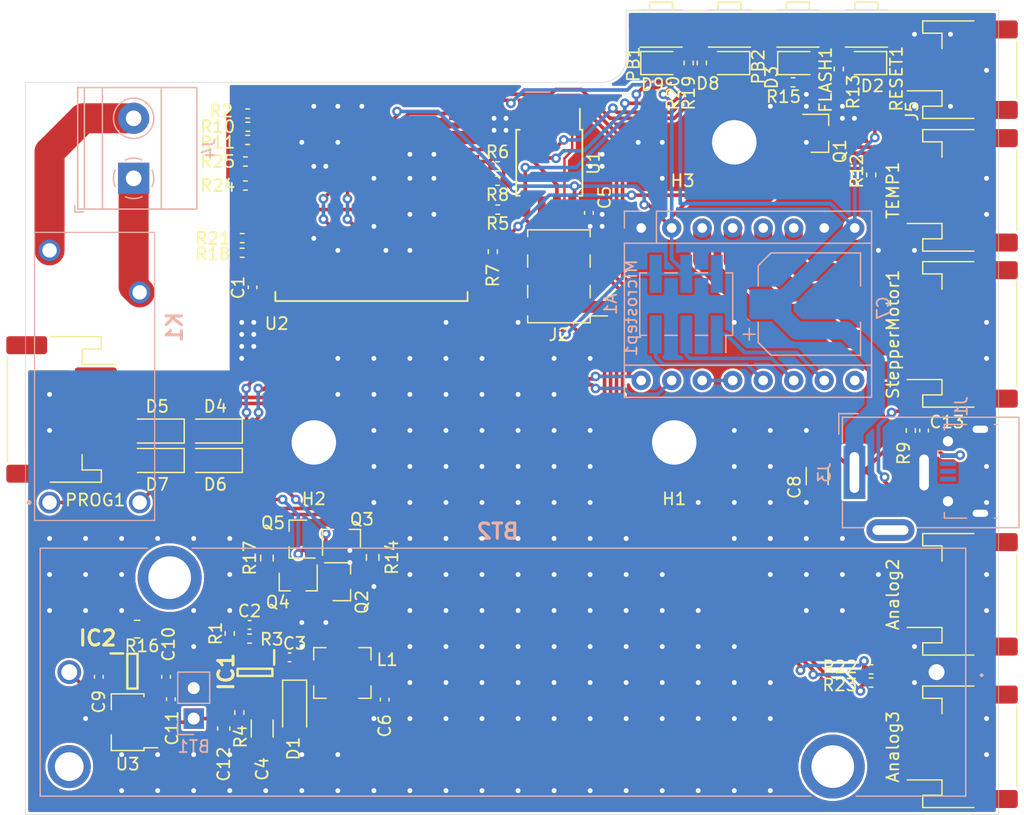
<source format=kicad_pcb>
(kicad_pcb (version 20171130) (host pcbnew "(5.1.9)-1")
  (layers (0 F.Cu signal) (31 B.Cu signal) (34 B.Paste user hide) (35 F.Paste user hide) (36 B.SilkS user) (37 F.SilkS user) (38 B.Mask user hide) (39 F.Mask user hide) (44 Edge.Cuts user))
  (net 0 "")
  (net 1 GPIO15)
  (net 2 VCC)
  (net 3 GPIO14)
  (net 4 GND)
  (net 5 "Net-(A1-Pad13)")
  (net 6 "Net-(A1-Pad6)")
  (net 7 "Net-(A1-Pad5)")
  (net 8 "Net-(A1-Pad12)")
  (net 9 "Net-(A1-Pad4)")
  (net 10 "Net-(A1-Pad11)")
  (net 11 "Net-(A1-Pad3)")
  (net 12 "Net-(A1-Pad10)")
  (net 13 +3V3)
  (net 14 "Net-(A1-Pad9)")
  (net 15 A2)
  (net 16 A3)
  (net 17 "Net-(C2-Pad1)")
  (net 18 "Net-(C3-Pad2)")
  (net 19 "Net-(C3-Pad1)")
  (net 20 +5V)
  (net 21 "Net-(D2-Pad2)")
  (net 22 "Net-(D2-Pad1)")
  (net 23 "Net-(D3-Pad1)")
  (net 24 COIL-)
  (net 25 COIL+)
  (net 26 FLASH)
  (net 27 "Net-(IC1-Pad4)")
  (net 28 "Net-(IC2-Pad5)")
  (net 29 "Net-(J1-Pad3)")
  (net 30 "Net-(J1-Pad4)")
  (net 31 "Net-(J1-Pad2)")
  (net 32 RST)
  (net 33 MOSI)
  (net 34 SCK)
  (net 35 MISO)
  (net 36 "Net-(J3-Pad3)")
  (net 37 NO)
  (net 38 COM)
  (net 39 RX)
  (net 40 TX)
  (net 41 "Net-(Q2-Pad3)")
  (net 42 GPIO12)
  (net 43 "Net-(Q4-Pad3)")
  (net 44 GPIO13)
  (net 45 RESET)
  (net 46 ADC)
  (net 47 GPIO2)
  (net 48 "Net-(U2-Pad22)")
  (net 49 "Net-(U2-Pad21)")
  (net 50 "Net-(U2-Pad20)")
  (net 51 "Net-(U2-Pad19)")
  (net 52 "Net-(U2-Pad18)")
  (net 53 "Net-(U2-Pad17)")
  (net 54 "Net-(D8-Pad2)")
  (net 55 "Net-(D9-Pad2)")
  (net 56 "Net-(R24-Pad2)")
  (net 57 "Net-(R25-Pad2)")
  (module Resistor_SMD:R_0805_2012Metric (layer F.Cu) (at 204.2875 115.55 180)
    (fp_text reference R16 (at -0.4125 -1.4) (layer F.SilkS))
    (fp_text value "1.6k - 1.8k")
    (pad 2 smd roundrect (at 0.9125 0 180) (size 1.025 1.4) (layers F.Cu F.Paste F.Mask) (roundrect_rratio 0.2439014634146341) (net 4 GND))
    (pad 1 smd roundrect (at -0.9125 0 180) (size 1.025 1.4) (layers F.Cu F.Paste F.Mask) (roundrect_rratio 0.2439014634146341) (net 28 "Net-(IC2-Pad5)"))
  )
  (module ESP8266:ESP-12E_SMD (layer F.Cu) (at 223.81 76.05)
    (fp_text reference U2 (at -7.9 14.05 180) (layer F.SilkS))
    (fp_text value ESP-12F hide)
    (pad 1 smd rect (at -7 -3.45) (size 2.5 1.1) (drill (offset -0.7 0)) (layers F.Cu F.Paste F.Mask) (net 45 RESET))
    (pad 2 smd rect (at -7 -1.45) (size 2.5 1.1) (drill (offset -0.7 0)) (layers F.Cu F.Paste F.Mask) (net 46 ADC))
    (pad 3 smd rect (at -7 0.55) (size 2.5 1.1) (drill (offset -0.7 0)) (layers F.Cu F.Paste F.Mask) (net 57 "Net-(R25-Pad2)"))
    (pad 4 smd rect (at -7 2.55) (size 2.5 1.1) (drill (offset -0.7 0)) (layers F.Cu F.Paste F.Mask) (net 56 "Net-(R24-Pad2)"))
    (pad 5 smd rect (at -7 4.55) (size 2.5 1.1) (drill (offset -0.7 0)) (layers F.Cu F.Paste F.Mask) (net 3 GPIO14))
    (pad 6 smd rect (at -7 6.55) (size 2.5 1.1) (drill (offset -0.7 0)) (layers F.Cu F.Paste F.Mask) (net 42 GPIO12))
    (pad 7 smd rect (at -7 8.55) (size 2.5 1.1) (drill (offset -0.7 0)) (layers F.Cu F.Paste F.Mask) (net 44 GPIO13))
    (pad 8 smd rect (at -7 10.55) (size 2.5 1.1) (drill (offset -0.7 0)) (layers F.Cu F.Paste F.Mask) (net 13 +3V3))
    (pad 9 smd rect (at 7 10.55) (size 2.5 1.1) (drill (offset 0.7 0)) (layers F.Cu F.Paste F.Mask) (net 4 GND))
    (pad 10 smd rect (at 7 8.55) (size 2.5 1.1) (drill (offset 0.7 0)) (layers F.Cu F.Paste F.Mask) (net 1 GPIO15))
    (pad 11 smd rect (at 7 6.55) (size 2.5 1.1) (drill (offset 0.7 0)) (layers F.Cu F.Paste F.Mask) (net 47 GPIO2))
    (pad 12 smd rect (at 7 4.55) (size 2.5 1.1) (drill (offset 0.7 0)) (layers F.Cu F.Paste F.Mask) (net 26 FLASH))
    (pad 13 smd rect (at 7 2.55) (size 2.5 1.1) (drill (offset 0.7 0)) (layers F.Cu F.Paste F.Mask) (net 33 MOSI))
    (pad 14 smd rect (at 7 0.55) (size 2.5 1.1) (drill (offset 0.7 0)) (layers F.Cu F.Paste F.Mask) (net 34 SCK))
    (pad 15 smd rect (at 7 -1.45) (size 2.5 1.1) (drill (offset 0.7 0)) (layers F.Cu F.Paste F.Mask) (net 39 RX))
    (pad 16 smd rect (at 7 -3.45) (size 2.5 1.1) (drill (offset 0.7 0)) (layers F.Cu F.Paste F.Mask) (net 40 TX))
    (pad 17 smd rect (at -5.01 11.55 90) (size 2.5 1.1) (drill (offset -0.7 0)) (layers F.Cu F.Paste F.Mask) (net 53 "Net-(U2-Pad17)"))
    (pad 18 smd rect (at -3.01 11.55 90) (size 2.5 1.1) (drill (offset -0.7 0)) (layers F.Cu F.Paste F.Mask) (net 52 "Net-(U2-Pad18)"))
    (pad 19 smd rect (at -1.01 11.55 90) (size 2.5 1.1) (drill (offset -0.7 0)) (layers F.Cu F.Paste F.Mask) (net 51 "Net-(U2-Pad19)"))
    (pad 20 smd rect (at 0.99 11.55 90) (size 2.5 1.1) (drill (offset -0.7 0)) (layers F.Cu F.Paste F.Mask) (net 50 "Net-(U2-Pad20)"))
    (pad 21 smd rect (at 2.99 11.55 90) (size 2.5 1.1) (drill (offset -0.7 0)) (layers F.Cu F.Paste F.Mask) (net 49 "Net-(U2-Pad21)"))
    (pad 22 smd rect (at 4.99 11.55 90) (size 2.5 1.1) (drill (offset -0.7 0)) (layers F.Cu F.Paste F.Mask) (net 48 "Net-(U2-Pad22)"))
  )
  (module Package_TO_SOT_SMD:SOT-23 (layer F.Cu) (at 261.1 74.25)
    (fp_text reference Q1 (at 1.7 1.5 90) (layer F.SilkS))
    (fp_text value 2N7002)
    (pad 3 smd rect (at 1 0) (size 0.9 0.8) (layers F.Cu F.Paste F.Mask) (net 22 "Net-(D2-Pad1)"))
    (pad 2 smd rect (at -1 0.95) (size 0.9 0.8) (layers F.Cu F.Paste F.Mask) (net 4 GND))
    (pad 1 smd rect (at -1 -0.95) (size 0.9 0.8) (layers F.Cu F.Paste F.Mask) (net 23 "Net-(D3-Pad1)"))
  )
  (module Resistor_SMD:R_0402_1005Metric (layer F.Cu) (at 213.3 76.6)
    (fp_text reference R25 (at -2.3 0) (layer F.SilkS))
    (fp_text value 0)
    (pad 2 smd roundrect (at 0.51 0) (size 0.54 0.64) (layers F.Cu F.Paste F.Mask) (net 57 "Net-(R25-Pad2)"))
    (pad 1 smd roundrect (at -0.51 0) (size 0.54 0.64) (layers F.Cu F.Paste F.Mask) (net 13 +3V3))
  )
  (module Resistor_SMD:R_0402_1005Metric (layer F.Cu) (at 213.3 78.6)
    (fp_text reference R24 (at -2.3 0) (layer F.SilkS))
    (fp_text value 0)
    (pad 2 smd roundrect (at 0.51 0) (size 0.54 0.64) (layers F.Cu F.Paste F.Mask) (net 56 "Net-(R24-Pad2)"))
    (pad 1 smd roundrect (at -0.51 0) (size 0.54 0.64) (layers F.Cu F.Paste F.Mask) (net 45 RESET))
  )
  (module Connector_PinHeader_2.54mm:PinHeader_1x02_P2.54mm_Vertical (layer B.Cu) (at 209 123)
    (fp_text reference BT1 (at 0 2.33) (layer B.SilkS) (effects (justify mirror)))
    (fp_text value "4 x AA(A)")
    (pad 2 thru_hole oval (at 0 -2.54) (size 1.7 1.7) (drill 1) (layers *.Cu *.Mask) (net 4 GND))
    (pad 1 thru_hole rect (at 0 0) (size 1.7 1.7) (drill 1) (layers *.Cu *.Mask) (net 2 VCC))
  )
  (module Resistor_SMD:R_0402_1005Metric (layer F.Cu) (at 265.39 120 180)
    (fp_text reference R23 (at 2.6 -0.2) (layer F.SilkS))
    (fp_text value 0)
    (pad 2 smd roundrect (at 0.51 0 180) (size 0.54 0.64) (layers F.Cu F.Paste F.Mask) (net 34 SCK))
    (pad 1 smd roundrect (at -0.51 0 180) (size 0.54 0.64) (layers F.Cu F.Paste F.Mask) (net 16 A3))
  )
  (module Resistor_SMD:R_0402_1005Metric (layer F.Cu) (at 265.39 118.9 180)
    (fp_text reference R22 (at 2.59 0.2) (layer F.SilkS))
    (fp_text value 0)
    (pad 2 smd roundrect (at 0.51 0 180) (size 0.54 0.64) (layers F.Cu F.Paste F.Mask) (net 33 MOSI))
    (pad 1 smd roundrect (at -0.51 0 180) (size 0.54 0.64) (layers F.Cu F.Paste F.Mask) (net 15 A2))
  )
  (module Capacitor_SMD:C_0402_1005Metric (layer F.Cu) (at 269.8 99 90)
    (fp_text reference C13 (at 0.7 1.9 180) (layer F.SilkS))
    (fp_text value 10u/6.3V)
    (pad 2 smd roundrect (at 0.48 0 90) (size 0.56 0.62) (layers F.Cu F.Paste F.Mask) (net 4 GND))
    (pad 1 smd roundrect (at -0.48 0 90) (size 0.56 0.62) (layers F.Cu F.Paste F.Mask) (net 20 +5V))
  )
  (module Resistor_SMD:R_0402_1005Metric (layer F.Cu) (at 213.03467 82.979416)
    (fp_text reference R21 (at -2.43467 0.020584) (layer F.SilkS))
    (fp_text value 10k)
    (pad 2 smd roundrect (at 0.51 0) (size 0.54 0.64) (layers F.Cu F.Paste F.Mask) (net 42 GPIO12))
    (pad 1 smd roundrect (at -0.51 0) (size 0.54 0.64) (layers F.Cu F.Paste F.Mask) (net 13 +3V3))
  )
  (module Resistor_SMD:R_0603_1608Metric (layer F.Cu) (at 223.9 109.575 90)
    (fp_text reference R14 (at 0 1.6 90) (layer F.SilkS))
    (fp_text value 4.3)
    (pad 2 smd roundrect (at 0.825 0 90) (size 0.8 0.95) (layers F.Cu F.Paste F.Mask) (net 24 COIL-))
    (pad 1 smd roundrect (at -0.825 0 90) (size 0.8 0.95) (layers F.Cu F.Paste F.Mask) (net 41 "Net-(Q2-Pad3)"))
  )
  (module Resistor_SMD:R_0402_1005Metric (layer F.Cu) (at 250.2 68.39 270)
    (fp_text reference R20 (at 2.51 1.3 90) (layer F.SilkS))
    (fp_text value 1k)
    (pad 2 smd roundrect (at 0.51 0 270) (size 0.54 0.64) (layers F.Cu F.Paste F.Mask) (net 13 +3V3))
    (pad 1 smd roundrect (at -0.51 0 270) (size 0.54 0.64) (layers F.Cu F.Paste F.Mask) (net 55 "Net-(D9-Pad2)"))
  )
  (module Resistor_SMD:R_0402_1005Metric (layer F.Cu) (at 251.3 68.39 270)
    (fp_text reference R19 (at 2.51 1.1 90) (layer F.SilkS))
    (fp_text value 1k)
    (pad 2 smd roundrect (at 0.51 0 270) (size 0.54 0.64) (layers F.Cu F.Paste F.Mask) (net 13 +3V3))
    (pad 1 smd roundrect (at -0.51 0 270) (size 0.54 0.64) (layers F.Cu F.Paste F.Mask) (net 54 "Net-(D8-Pad2)"))
  )
  (module LED_SMD:LED_0805_2012Metric (layer F.Cu) (at 247.9 68.4)
    (fp_text reference D9 (at -0.7 1.8) (layer F.SilkS))
    (fp_text value BLUE)
    (pad 2 smd roundrect (at 0.9375 0) (size 0.975 1.4) (layers F.Cu F.Paste F.Mask) (net 55 "Net-(D9-Pad2)"))
    (pad 1 smd roundrect (at -0.9375 0) (size 0.975 1.4) (layers F.Cu F.Paste F.Mask) (net 33 MOSI))
  )
  (module LED_SMD:LED_0805_2012Metric (layer F.Cu) (at 253.6 68.4 180)
    (fp_text reference D8 (at 1.8 -1.7) (layer F.SilkS))
    (fp_text value ORANGE)
    (pad 2 smd roundrect (at 0.9375 0 180) (size 0.975 1.4) (layers F.Cu F.Paste F.Mask) (net 54 "Net-(D8-Pad2)"))
    (pad 1 smd roundrect (at -0.9375 0 180) (size 0.975 1.4) (layers F.Cu F.Paste F.Mask) (net 34 SCK))
  )
  (module SamacSys_Parts:1043 (layer B.Cu) (at 270.84 119.13 180)
    (fp_text reference BT2 (at 36.54 11.73 180) (layer B.SilkS) (effects (font (size 1.27 1.27) (thickness 0.254)) (justify mirror)))
    (fp_text value 18650 hide)
    (pad MH3 thru_hole circle (at 63.84 7.87 180) (size 5.325 5.325) (drill 3.55) (layers *.Cu *.Mask))
    (pad MH2 thru_hole circle (at 72.2 -7.87 180) (size 3.585 3.585) (drill 2.39) (layers *.Cu *.Mask))
    (pad MH1 thru_hole circle (at 8.64 -7.87 180) (size 5.325 5.325) (drill 3.55) (layers *.Cu *.Mask))
    (pad 1 thru_hole circle (at 72.2 0 180) (size 1.98 1.98) (drill 1.32) (layers *.Cu *.Mask) (net 2 VCC))
    (pad 2 thru_hole circle (at 0 0 180) (size 1.98 1.98) (drill 1.32) (layers *.Cu *.Mask) (net 4 GND))
  )
  (module MountingHole:MountingHole_3.7mm_Pad (layer F.Cu) (at 254 75)
    (fp_text reference H3 (at -4.3 3.2) (layer F.SilkS))
    (fp_text value MountingHole_Pad)
    (pad 1 thru_hole circle (at 0 0) (size 7.4 7.4) (drill 3.7) (layers *.Cu *.Mask) (net 4 GND))
  )
  (module MountingHole:MountingHole_3.7mm_Pad (layer F.Cu) (at 219 100 180)
    (fp_text reference H2 (at 0 -4.7) (layer F.SilkS))
    (fp_text value MountingHole_Pad)
    (pad 1 thru_hole circle (at 0 0 180) (size 7.4 7.4) (drill 3.7) (layers *.Cu *.Mask) (net 4 GND))
  )
  (module MountingHole:MountingHole_3.7mm_Pad (layer F.Cu) (at 249 100 180)
    (fp_text reference H1 (at 0 -4.7) (layer F.SilkS))
    (fp_text value MountingHole_Pad)
    (pad 1 thru_hole circle (at 0 0 180) (size 7.4 7.4) (drill 3.7) (layers *.Cu *.Mask) (net 4 GND))
  )
  (module Button_Switch_SMD:SW_SPST_EVQP7A (layer F.Cu) (at 265 65.52 180)
    (fp_text reference RESET1 (at -2.5 -4.18 90) (layer F.SilkS))
    (fp_text value SW_Push)
    (pad 2 smd rect (at -1.8 0.72 180) (size 1.4 1.05) (layers F.Cu F.Paste F.Mask) (net 4 GND))
    (pad 2 smd rect (at 1.8 0.72 180) (size 1.4 1.05) (layers F.Cu F.Paste F.Mask) (net 4 GND))
    (pad 1 smd rect (at -1.8 -0.72 180) (size 1.4 1.05) (layers F.Cu F.Paste F.Mask) (net 45 RESET))
    (pad 1 smd rect (at 1.8 -0.72 180) (size 1.4 1.05) (layers F.Cu F.Paste F.Mask) (net 45 RESET))
  )
  (module Button_Switch_SMD:SW_SPST_EVQP7A (layer F.Cu) (at 253.6 65.52 180)
    (fp_text reference PB2 (at -2.4 -3.18 270) (layer F.SilkS))
    (fp_text value SW_Push)
    (pad 2 smd rect (at -1.8 0.72 180) (size 1.4 1.05) (layers F.Cu F.Paste F.Mask) (net 4 GND))
    (pad 2 smd rect (at 1.8 0.72 180) (size 1.4 1.05) (layers F.Cu F.Paste F.Mask) (net 4 GND))
    (pad 1 smd rect (at -1.8 -0.72 180) (size 1.4 1.05) (layers F.Cu F.Paste F.Mask) (net 34 SCK))
    (pad 1 smd rect (at 1.8 -0.72 180) (size 1.4 1.05) (layers F.Cu F.Paste F.Mask) (net 34 SCK))
  )
  (module Button_Switch_SMD:SW_SPST_EVQP7A (layer F.Cu) (at 247.9 65.52 180)
    (fp_text reference PB1 (at 2.3 -2.98 90) (layer F.SilkS))
    (fp_text value SW_Push)
    (pad 2 smd rect (at -1.8 0.72 180) (size 1.4 1.05) (layers F.Cu F.Paste F.Mask) (net 4 GND))
    (pad 2 smd rect (at 1.8 0.72 180) (size 1.4 1.05) (layers F.Cu F.Paste F.Mask) (net 4 GND))
    (pad 1 smd rect (at -1.8 -0.72 180) (size 1.4 1.05) (layers F.Cu F.Paste F.Mask) (net 33 MOSI))
    (pad 1 smd rect (at 1.8 -0.72 180) (size 1.4 1.05) (layers F.Cu F.Paste F.Mask) (net 33 MOSI))
  )
  (module Button_Switch_SMD:SW_SPST_EVQP7A (layer F.Cu) (at 259.3 65.52 180)
    (fp_text reference FLASH1 (at -2.3 -4.28 90) (layer F.SilkS))
    (fp_text value SW_Push)
    (pad 2 smd rect (at -1.8 0.72 180) (size 1.4 1.05) (layers F.Cu F.Paste F.Mask) (net 4 GND))
    (pad 2 smd rect (at 1.8 0.72 180) (size 1.4 1.05) (layers F.Cu F.Paste F.Mask) (net 4 GND))
    (pad 1 smd rect (at -1.8 -0.72 180) (size 1.4 1.05) (layers F.Cu F.Paste F.Mask) (net 26 FLASH))
    (pad 1 smd rect (at 1.8 -0.72 180) (size 1.4 1.05) (layers F.Cu F.Paste F.Mask) (net 26 FLASH))
  )
  (module Connector_JST:JST_PH_S3B-PH-SM4-TB_1x03-1MP_P2.00mm_Horizontal (layer F.Cu) (at 273 79 90)
    (fp_text reference TEMP1 (at 0 -5.8 90) (layer F.SilkS))
    (fp_text value Conn_01x03)
    (pad 1 smd roundrect (at -2 -2.85 90) (size 1 3.5) (layers F.Cu F.Paste F.Mask) (net 13 +3V3))
    (pad 2 smd roundrect (at 0 -2.85 90) (size 1 3.5) (layers F.Cu F.Paste F.Mask) (net 47 GPIO2))
    (pad 3 smd roundrect (at 2 -2.85 90) (size 1 3.5) (layers F.Cu F.Paste F.Mask) (net 4 GND))
    (pad MP smd roundrect (at -4.35 2.9 90) (size 1.5 3.4) (layers F.Cu F.Paste F.Mask) (roundrect_rratio 0.1666666666666667))
    (pad MP smd roundrect (at 4.35 2.9 90) (size 1.5 3.4) (layers F.Cu F.Paste F.Mask) (roundrect_rratio 0.1666666666666667))
  )
  (module Connector_JST:JST_PH_S4B-PH-SM4-TB_1x04-1MP_P2.00mm_Horizontal (layer F.Cu) (at 273 91 90)
    (fp_text reference StepperMotor1 (at 0 -5.8 90) (layer F.SilkS))
    (fp_text value Conn_01x04)
    (pad MP smd roundrect (at 5.35 2.9 90) (size 1.5 3.4) (layers F.Cu F.Paste F.Mask) (roundrect_rratio 0.1666666666666667))
    (pad MP smd roundrect (at -5.35 2.9 90) (size 1.5 3.4) (layers F.Cu F.Paste F.Mask) (roundrect_rratio 0.1666666666666667))
    (pad 4 smd roundrect (at 3 -2.85 90) (size 1 3.5) (layers F.Cu F.Paste F.Mask) (net 6 "Net-(A1-Pad6)"))
    (pad 3 smd roundrect (at 1 -2.85 90) (size 1 3.5) (layers F.Cu F.Paste F.Mask) (net 7 "Net-(A1-Pad5)"))
    (pad 2 smd roundrect (at -1 -2.85 90) (size 1 3.5) (layers F.Cu F.Paste F.Mask) (net 9 "Net-(A1-Pad4)"))
    (pad 1 smd roundrect (at -3 -2.85 90) (size 1 3.5) (layers F.Cu F.Paste F.Mask) (net 11 "Net-(A1-Pad3)"))
  )
  (module Connector_JST:JST_PH_S4B-PH-SM4-TB_1x04-1MP_P2.00mm_Horizontal (layer F.Cu) (at 198 97.25 270)
    (fp_text reference PROG1 (at 7.55 -2.8 180) (layer F.SilkS))
    (fp_text value Conn_01x04)
    (pad MP smd roundrect (at 5.35 2.9 270) (size 1.5 3.4) (layers F.Cu F.Paste F.Mask) (roundrect_rratio 0.1666666666666667))
    (pad MP smd roundrect (at -5.35 2.9 270) (size 1.5 3.4) (layers F.Cu F.Paste F.Mask) (roundrect_rratio 0.1666666666666667))
    (pad 4 smd roundrect (at 3 -2.85 270) (size 1 3.5) (layers F.Cu F.Paste F.Mask) (net 4 GND))
    (pad 3 smd roundrect (at 1 -2.85 270) (size 1 3.5) (layers F.Cu F.Paste F.Mask) (net 39 RX))
    (pad 2 smd roundrect (at -1 -2.85 270) (size 1 3.5) (layers F.Cu F.Paste F.Mask) (net 40 TX))
    (pad 1 smd roundrect (at -3 -2.85 270) (size 1 3.5) (layers F.Cu F.Paste F.Mask) (net 13 +3V3))
  )
  (module Connector_JST:JST_PH_S2B-PH-SM4-TB_1x02-1MP_P2.00mm_Horizontal (layer F.Cu) (at 273 68.95 90)
    (fp_text reference J5 (at -3.45 -4.2 90) (layer F.SilkS))
    (fp_text value Conn_01x02)
    (pad MP smd roundrect (at 3.35 2.9 90) (size 1.5 3.4) (layers F.Cu F.Paste F.Mask) (roundrect_rratio 0.1666666666666667))
    (pad MP smd roundrect (at -3.35 2.9 90) (size 1.5 3.4) (layers F.Cu F.Paste F.Mask) (roundrect_rratio 0.1666666666666667))
    (pad 2 smd roundrect (at 1 -2.85 90) (size 1 3.5) (layers F.Cu F.Paste F.Mask) (net 4 GND))
    (pad 1 smd roundrect (at -1 -2.85 90) (size 1 3.5) (layers F.Cu F.Paste F.Mask) (net 2 VCC))
  )
  (module Connector_JST:JST_PH_S3B-PH-SM4-TB_1x03-1MP_P2.00mm_Horizontal (layer F.Cu) (at 273 125.35 90)
    (fp_text reference Analog3 (at 0 -5.8 90) (layer F.SilkS))
    (fp_text value Conn_01x03)
    (pad MP smd roundrect (at 4.35 2.9 90) (size 1.5 3.4) (layers F.Cu F.Paste F.Mask) (roundrect_rratio 0.1666666666666667))
    (pad MP smd roundrect (at -4.35 2.9 90) (size 1.5 3.4) (layers F.Cu F.Paste F.Mask) (roundrect_rratio 0.1666666666666667))
    (pad 3 smd roundrect (at 2 -2.85 90) (size 1 3.5) (layers F.Cu F.Paste F.Mask) (net 4 GND))
    (pad 2 smd roundrect (at 0 -2.85 90) (size 1 3.5) (layers F.Cu F.Paste F.Mask) (net 16 A3))
    (pad 1 smd roundrect (at -2 -2.85 90) (size 1 3.5) (layers F.Cu F.Paste F.Mask) (net 13 +3V3))
  )
  (module Connector_JST:JST_PH_S3B-PH-SM4-TB_1x03-1MP_P2.00mm_Horizontal (layer F.Cu) (at 273 112.65 90)
    (fp_text reference Analog2 (at 0 -5.8 90) (layer F.SilkS))
    (fp_text value Conn_01x03)
    (pad MP smd roundrect (at 4.35 2.9 90) (size 1.5 3.4) (layers F.Cu F.Paste F.Mask) (roundrect_rratio 0.1666666666666667))
    (pad MP smd roundrect (at -4.35 2.9 90) (size 1.5 3.4) (layers F.Cu F.Paste F.Mask) (roundrect_rratio 0.1666666666666667))
    (pad 3 smd roundrect (at 2 -2.85 90) (size 1 3.5) (layers F.Cu F.Paste F.Mask) (net 4 GND))
    (pad 2 smd roundrect (at 0 -2.85 90) (size 1 3.5) (layers F.Cu F.Paste F.Mask) (net 15 A2))
    (pad 1 smd roundrect (at -2 -2.85 90) (size 1 3.5) (layers F.Cu F.Paste F.Mask) (net 13 +3V3))
  )
  (module Package_TO_SOT_SMD:SOT-89-3 (layer F.Cu) (at 203.8 123.3 180)
    (fp_text reference U3 (at 0.3 -3.5) (layer F.SilkS))
    (fp_text value HT75xx-1-SOT89)
    (pad 2 smd custom (at -1.5625 0 180) (size 1.475 0.9) (layers F.Cu F.Paste F.Mask) (net 2 VCC) (options (clearance outline) (anchor rect)) (primitives (gr_poly (pts (xy 0.7375 -0.8665) (xy 3.8625 -0.8665) (xy 3.8625 0.8665) (xy 0.7375 0.8665)) (width 0))))
    (pad 3 smd rect (at -1.65 1.5 180) (size 1.3 0.9) (layers F.Cu F.Paste F.Mask) (net 13 +3V3))
    (pad 1 smd rect (at -1.65 -1.5 180) (size 1.3 0.9) (layers F.Cu F.Paste F.Mask) (net 4 GND))
  )
  (module Package_SO:SOIJ-8_5.3x5.3mm_P1.27mm (layer F.Cu) (at 238.6 76.7 270)
    (fp_text reference U1 (at 0 -3.68 90) (layer F.SilkS))
    (fp_text value ATtiny45-20SU)
    (pad 8 smd rect (at 3.65 -1.905 270) (size 1.7 0.65) (layers F.Cu F.Paste F.Mask) (net 13 +3V3))
    (pad 7 smd rect (at 3.65 -0.635 270) (size 1.7 0.65) (layers F.Cu F.Paste F.Mask) (net 34 SCK))
    (pad 6 smd rect (at 3.65 0.635 270) (size 1.7 0.65) (layers F.Cu F.Paste F.Mask) (net 35 MISO))
    (pad 5 smd rect (at 3.65 1.905 270) (size 1.7 0.65) (layers F.Cu F.Paste F.Mask) (net 33 MOSI))
    (pad 4 smd rect (at -3.65 1.905 270) (size 1.7 0.65) (layers F.Cu F.Paste F.Mask) (net 4 GND))
    (pad 3 smd rect (at -3.65 0.635 270) (size 1.7 0.65) (layers F.Cu F.Paste F.Mask) (net 15 A2))
    (pad 2 smd rect (at -3.65 -0.635 270) (size 1.7 0.65) (layers F.Cu F.Paste F.Mask) (net 16 A3))
    (pad 1 smd rect (at -3.65 -1.905 270) (size 1.7 0.65) (layers F.Cu F.Paste F.Mask) (net 32 RST))
  )
  (module Resistor_SMD:R_0402_1005Metric (layer F.Cu) (at 213.03467 84.2)
    (fp_text reference R18 (at -2.43467 0.1) (layer F.SilkS))
    (fp_text value 10k)
    (pad 2 smd roundrect (at 0.51 0) (size 0.54 0.64) (layers F.Cu F.Paste F.Mask) (net 44 GPIO13))
    (pad 1 smd roundrect (at -0.51 0) (size 0.54 0.64) (layers F.Cu F.Paste F.Mask) (net 13 +3V3))
  )
  (module Resistor_SMD:R_0603_1608Metric (layer F.Cu) (at 215.1 109.625 90)
    (fp_text reference R17 (at 0 -1.43 90) (layer F.SilkS))
    (fp_text value 4.3)
    (pad 2 smd roundrect (at 0.825 0 90) (size 0.8 0.95) (layers F.Cu F.Paste F.Mask) (net 25 COIL+))
    (pad 1 smd roundrect (at -0.825 0 90) (size 0.8 0.95) (layers F.Cu F.Paste F.Mask) (net 43 "Net-(Q4-Pad3)"))
  )
  (module Resistor_SMD:R_0402_1005Metric (layer F.Cu) (at 258.89 70)
    (fp_text reference R15 (at -0.79 1.2) (layer F.SilkS))
    (fp_text value 10k)
    (pad 2 smd roundrect (at 0.51 0) (size 0.54 0.64) (layers F.Cu F.Paste F.Mask) (net 20 +5V))
    (pad 1 smd roundrect (at -0.51 0) (size 0.54 0.64) (layers F.Cu F.Paste F.Mask) (net 23 "Net-(D3-Pad1)"))
  )
  (module Resistor_SMD:R_0402_1005Metric (layer F.Cu) (at 262.7 68.89 270)
    (fp_text reference R13 (at 1.91 -1.2 90) (layer F.SilkS))
    (fp_text value 1k)
    (pad 2 smd roundrect (at 0.51 0 270) (size 0.54 0.64) (layers F.Cu F.Paste F.Mask) (net 20 +5V))
    (pad 1 smd roundrect (at -0.51 0 270) (size 0.54 0.64) (layers F.Cu F.Paste F.Mask) (net 21 "Net-(D2-Pad2)"))
  )
  (module Resistor_SMD:R_0402_1005Metric (layer F.Cu) (at 265.4 77.71 90)
    (fp_text reference R12 (at 0.31 -1.2 90) (layer F.SilkS))
    (fp_text value 4.7k)
    (pad 2 smd roundrect (at 0.51 0 90) (size 0.54 0.64) (layers F.Cu F.Paste F.Mask) (net 47 GPIO2))
    (pad 1 smd roundrect (at -0.51 0 90) (size 0.54 0.64) (layers F.Cu F.Paste F.Mask) (net 13 +3V3))
  )
  (module Resistor_SMD:R_0402_1005Metric (layer F.Cu) (at 213.49 74.8 180)
    (fp_text reference R11 (at 2.49 -0.2) (layer F.SilkS))
    (fp_text value 10k)
    (pad 2 smd roundrect (at 0.51 0 180) (size 0.54 0.64) (layers F.Cu F.Paste F.Mask) (net 4 GND))
    (pad 1 smd roundrect (at -0.51 0 180) (size 0.54 0.64) (layers F.Cu F.Paste F.Mask) (net 46 ADC))
  )
  (module Resistor_SMD:R_0402_1005Metric (layer F.Cu) (at 213.51 73.7 180)
    (fp_text reference R10 (at 2.51 0 180) (layer F.SilkS))
    (fp_text value 300k)
    (pad 2 smd roundrect (at 0.51 0 180) (size 0.54 0.64) (layers F.Cu F.Paste F.Mask) (net 46 ADC))
    (pad 1 smd roundrect (at -0.51 0 180) (size 0.54 0.64) (layers F.Cu F.Paste F.Mask) (net 2 VCC))
  )
  (module Resistor_SMD:R_0402_1005Metric (layer F.Cu) (at 268.7 99 270)
    (fp_text reference R9 (at 1.9 0.6 90) (layer F.SilkS))
    (fp_text value 0)
    (pad 2 smd roundrect (at 0.51 0 270) (size 0.54 0.64) (layers F.Cu F.Paste F.Mask) (net 20 +5V))
    (pad 1 smd roundrect (at -0.51 0 270) (size 0.54 0.64) (layers F.Cu F.Paste F.Mask) (net 2 VCC))
  )
  (module Resistor_SMD:R_0402_1005Metric (layer F.Cu) (at 234.29 78.2 180)
    (fp_text reference R8 (at 0 -1.17) (layer F.SilkS))
    (fp_text value 10k)
    (pad 2 smd roundrect (at 0.51 0 180) (size 0.54 0.64) (layers F.Cu F.Paste F.Mask) (net 26 FLASH))
    (pad 1 smd roundrect (at -0.51 0 180) (size 0.54 0.64) (layers F.Cu F.Paste F.Mask) (net 13 +3V3))
  )
  (module Resistor_SMD:R_0402_1005Metric (layer F.Cu) (at 233.9 84.11 270)
    (fp_text reference R7 (at 1.99 0 90) (layer F.SilkS))
    (fp_text value 10k)
    (pad 2 smd roundrect (at 0.51 0 270) (size 0.54 0.64) (layers F.Cu F.Paste F.Mask) (net 1 GPIO15))
    (pad 1 smd roundrect (at -0.51 0 270) (size 0.54 0.64) (layers F.Cu F.Paste F.Mask) (net 4 GND))
  )
  (module Resistor_SMD:R_0402_1005Metric (layer F.Cu) (at 234.29 77 180)
    (fp_text reference R6 (at -0.01 1.2) (layer F.SilkS))
    (fp_text value 4.7k)
    (pad 2 smd roundrect (at 0.51 0 180) (size 0.54 0.64) (layers F.Cu F.Paste F.Mask) (net 34 SCK))
    (pad 1 smd roundrect (at -0.51 0 180) (size 0.54 0.64) (layers F.Cu F.Paste F.Mask) (net 13 +3V3))
  )
  (module Resistor_SMD:R_0402_1005Metric (layer F.Cu) (at 234.31 80.6 180)
    (fp_text reference R5 (at 0 -1.17) (layer F.SilkS))
    (fp_text value 4.7k)
    (pad 2 smd roundrect (at 0.51 0 180) (size 0.54 0.64) (layers F.Cu F.Paste F.Mask) (net 33 MOSI))
    (pad 1 smd roundrect (at -0.51 0 180) (size 0.54 0.64) (layers F.Cu F.Paste F.Mask) (net 13 +3V3))
  )
  (module Resistor_SMD:R_0402_1005Metric (layer F.Cu) (at 212.8 122.5 270)
    (fp_text reference R4 (at 2 -0.1 90) (layer F.SilkS))
    (fp_text value 47k)
    (pad 2 smd roundrect (at 0.51 0 270) (size 0.54 0.64) (layers F.Cu F.Paste F.Mask) (net 2 VCC))
    (pad 1 smd roundrect (at -0.51 0 270) (size 0.54 0.64) (layers F.Cu F.Paste F.Mask) (net 27 "Net-(IC1-Pad4)"))
  )
  (module Resistor_SMD:R_0402_1005Metric (layer F.Cu) (at 213.65 116.34)
    (fp_text reference R3 (at 1.85 0.06) (layer F.SilkS))
    (fp_text value 100k)
    (pad 2 smd roundrect (at 0.51 0) (size 0.54 0.64) (layers F.Cu F.Paste F.Mask) (net 4 GND))
    (pad 1 smd roundrect (at -0.51 0) (size 0.54 0.64) (layers F.Cu F.Paste F.Mask) (net 17 "Net-(C2-Pad1)"))
  )
  (module Resistor_SMD:R_0402_1005Metric (layer F.Cu) (at 213.49 72.6)
    (fp_text reference R2 (at -2.19 -0.2) (layer F.SilkS))
    (fp_text value 10k)
    (pad 2 smd roundrect (at 0.51 0) (size 0.54 0.64) (layers F.Cu F.Paste F.Mask) (net 45 RESET))
    (pad 1 smd roundrect (at -0.51 0) (size 0.54 0.64) (layers F.Cu F.Paste F.Mask) (net 13 +3V3))
  )
  (module Resistor_SMD:R_0402_1005Metric (layer F.Cu) (at 212 115.91 90)
    (fp_text reference R1 (at 0 -1.17 90) (layer F.SilkS))
    (fp_text value 33k)
    (pad 2 smd roundrect (at 0.51 0 90) (size 0.54 0.64) (layers F.Cu F.Paste F.Mask) (net 13 +3V3))
    (pad 1 smd roundrect (at -0.51 0 90) (size 0.54 0.64) (layers F.Cu F.Paste F.Mask) (net 17 "Net-(C2-Pad1)"))
  )
  (module Package_TO_SOT_SMD:SOT-23 (layer F.Cu) (at 217.7 108.05 180)
    (fp_text reference Q5 (at 2.1 1.35) (layer F.SilkS))
    (fp_text value 2N7002)
    (pad 3 smd rect (at 1 0 180) (size 0.9 0.8) (layers F.Cu F.Paste F.Mask) (net 25 COIL+))
    (pad 2 smd rect (at -1 0.95 180) (size 0.9 0.8) (layers F.Cu F.Paste F.Mask) (net 4 GND))
    (pad 1 smd rect (at -1 -0.95 180) (size 0.9 0.8) (layers F.Cu F.Paste F.Mask) (net 44 GPIO13))
  )
  (module Package_TO_SOT_SMD:SOT-23 (layer F.Cu) (at 217.7 111.6 270)
    (fp_text reference Q4 (at 1.7 1.7 180) (layer F.SilkS))
    (fp_text value Si2319CDS)
    (pad 3 smd rect (at 1 0 270) (size 0.9 0.8) (layers F.Cu F.Paste F.Mask) (net 43 "Net-(Q4-Pad3)"))
    (pad 2 smd rect (at -1 0.95 270) (size 0.9 0.8) (layers F.Cu F.Paste F.Mask) (net 13 +3V3))
    (pad 1 smd rect (at -1 -0.95 270) (size 0.9 0.8) (layers F.Cu F.Paste F.Mask) (net 44 GPIO13))
  )
  (module Package_TO_SOT_SMD:SOT-23 (layer F.Cu) (at 221.3 108 90)
    (fp_text reference Q3 (at 1.6 1.7 180) (layer F.SilkS))
    (fp_text value 2N7002)
    (pad 3 smd rect (at 1 0 90) (size 0.9 0.8) (layers F.Cu F.Paste F.Mask) (net 24 COIL-))
    (pad 2 smd rect (at -1 0.95 90) (size 0.9 0.8) (layers F.Cu F.Paste F.Mask) (net 4 GND))
    (pad 1 smd rect (at -1 -0.95 90) (size 0.9 0.8) (layers F.Cu F.Paste F.Mask) (net 42 GPIO12))
  )
  (module Package_TO_SOT_SMD:SOT-23 (layer F.Cu) (at 221.3 111.6)
    (fp_text reference Q2 (at 1.7 1.7 270) (layer F.SilkS))
    (fp_text value Si2319CDS)
    (pad 3 smd rect (at 1 0) (size 0.9 0.8) (layers F.Cu F.Paste F.Mask) (net 41 "Net-(Q2-Pad3)"))
    (pad 2 smd rect (at -1 0.95) (size 0.9 0.8) (layers F.Cu F.Paste F.Mask) (net 13 +3V3))
    (pad 1 smd rect (at -1 -0.95) (size 0.9 0.8) (layers F.Cu F.Paste F.Mask) (net 42 GPIO12))
  )
  (module Connector_PinHeader_2.54mm:PinHeader_2x03_P2.54mm_Vertical_SMD (layer B.Cu) (at 250 88.475 90)
    (fp_text reference Microstep1 (at -0.325 -4.6 90) (layer B.SilkS) (effects (justify mirror)))
    (fp_text value Conn_02x03)
    (pad 6 smd rect (at 2.525 -2.54 90) (size 3.15 1) (layers B.Cu B.Paste B.Mask) (net 13 +3V3))
    (pad 5 smd rect (at -2.525 -2.54 90) (size 3.15 1) (layers B.Cu B.Paste B.Mask) (net 8 "Net-(A1-Pad12)"))
    (pad 4 smd rect (at 2.525 0 90) (size 3.15 1) (layers B.Cu B.Paste B.Mask) (net 13 +3V3))
    (pad 3 smd rect (at -2.525 0 90) (size 3.15 1) (layers B.Cu B.Paste B.Mask) (net 10 "Net-(A1-Pad11)"))
    (pad 2 smd rect (at 2.525 2.54 90) (size 3.15 1) (layers B.Cu B.Paste B.Mask) (net 13 +3V3))
    (pad 1 smd rect (at -2.525 2.54 90) (size 3.15 1) (layers B.Cu B.Paste B.Mask) (net 12 "Net-(A1-Pad10)"))
  )
  (module Inductor_SMD:L_Bourns-SRN4018 (layer F.Cu) (at 221.375 119.2)
    (fp_text reference L1 (at 3.725 -1.1) (layer F.SilkS))
    (fp_text value 3.3u)
    (pad 2 smd rect (at 1.525 0) (size 1.5 3.6) (layers F.Cu F.Paste F.Mask) (net 13 +3V3))
    (pad 1 smd rect (at -1.525 0) (size 1.5 3.6) (layers F.Cu F.Paste F.Mask) (net 18 "Net-(C3-Pad2)"))
  )
  (module SamacSys_Parts:ADW1103HLW (layer B.Cu) (at 197 105 90)
    (fp_text reference K1 (at 14.6 10.4 90) (layer B.SilkS) (effects (font (size 1.27 1.27) (thickness 0.254)) (justify mirror)))
    (fp_text value ADW1103HLW hide)
    (pad 6 thru_hole circle (at 0 7.5 90) (size 1.8 1.8) (drill 1.2) (layers *.Cu *.Mask) (net 25 COIL+))
    (pad 5 thru_hole circle (at 17.5 7.5 90) (size 1.8 1.8) (drill 1.2) (layers *.Cu *.Mask) (net 38 COM))
    (pad 3 thru_hole circle (at 21 0 90) (size 1.8 1.8) (drill 1.2) (layers *.Cu *.Mask) (net 37 NO))
    (pad 1 thru_hole circle (at 0 0 90) (size 1.8 1.8) (drill 1.2) (layers *.Cu *.Mask) (net 24 COIL-))
  )
  (module TerminalBlock_Phoenix:TerminalBlock_Phoenix_MKDS-1,5-2_1x02_P5.00mm_Horizontal (layer B.Cu) (at 204 78 90)
    (fp_text reference J4 (at 2.5 6.26 270) (layer B.SilkS) (effects (justify mirror)))
    (fp_text value Conn_01x02)
    (pad 2 thru_hole circle (at 5 0 90) (size 2.6 2.6) (drill 1.3) (layers *.Cu *.Mask) (net 37 NO))
    (pad 1 thru_hole rect (at 0 0 90) (size 2.6 2.6) (drill 1.3) (layers *.Cu *.Mask) (net 38 COM))
  )
  (module Connector_BarrelJack:BarrelJack_Wuerth_6941xx301002 (layer B.Cu) (at 264 102.5 270)
    (fp_text reference J3 (at 0 2.5 270) (layer B.SilkS) (effects (justify mirror)))
    (fp_text value Barrel_Jack_Switch)
    (pad 1 thru_hole rect (at 0 0 270) (size 4.4 1.8) (drill oval 3.4 0.8) (layers *.Cu *.Mask) (net 2 VCC))
    (pad 2 thru_hole oval (at 0 -5.8 270) (size 4 1.8) (drill oval 3 0.8) (layers *.Cu *.Mask) (net 4 GND))
    (pad 3 thru_hole oval (at 4.8 -3 180) (size 4 1.8) (drill oval 3 0.8) (layers *.Cu *.Mask) (net 36 "Net-(J3-Pad3)"))
  )
  (module Connector_PinHeader_2.54mm:PinHeader_2x03_P2.54mm_Vertical_SMD (layer F.Cu) (at 239.4 86.16 180)
    (fp_text reference J2 (at 0 -4.87) (layer F.SilkS))
    (fp_text value Conn_02x03_Odd_Even)
    (pad 6 smd rect (at 2.525 2.54 180) (size 3.15 1) (layers F.Cu F.Paste F.Mask) (net 4 GND))
    (pad 5 smd rect (at -2.525 2.54 180) (size 3.15 1) (layers F.Cu F.Paste F.Mask) (net 32 RST))
    (pad 4 smd rect (at 2.525 0 180) (size 3.15 1) (layers F.Cu F.Paste F.Mask) (net 33 MOSI))
    (pad 3 smd rect (at -2.525 0 180) (size 3.15 1) (layers F.Cu F.Paste F.Mask) (net 34 SCK))
    (pad 2 smd rect (at 2.525 -2.54 180) (size 3.15 1) (layers F.Cu F.Paste F.Mask) (net 13 +3V3))
    (pad 1 smd rect (at -2.525 -2.54 180) (size 3.15 1) (layers F.Cu F.Paste F.Mask) (net 35 MISO))
  )
  (module Connector_USB:USB_Micro-B_Molex-105017-0001 (layer B.Cu) (at 273.25 102.4 270)
    (fp_text reference J1 (at -5.4 0.35 270) (layer B.SilkS) (effects (justify mirror)))
    (fp_text value USB_B_Micro)
    (pad 6 smd rect (at -2.9 -1.2375 270) (size 1.2 1.9) (layers B.Cu B.Mask) (net 4 GND))
    (pad 6 smd rect (at 2.9 -1.2375 270) (size 1.2 1.9) (layers B.Cu B.Mask) (net 4 GND))
    (pad 6 thru_hole oval (at 3.5 -1.2375 270) (size 1.2 1.9) (drill oval 0.6 1.3) (layers *.Cu *.Mask) (net 4 GND))
    (pad 6 thru_hole oval (at -3.5 -1.2375 90) (size 1.2 1.9) (drill oval 0.6 1.3) (layers *.Cu *.Mask) (net 4 GND))
    (pad 6 smd rect (at -1 -1.2375 270) (size 1.5 1.9) (layers B.Cu B.Paste B.Mask) (net 4 GND))
    (pad 6 thru_hole circle (at 2.5 1.4625 270) (size 1.45 1.45) (drill 0.85) (layers *.Cu *.Mask) (net 4 GND))
    (pad 3 smd rect (at 0 1.4625 270) (size 0.4 1.35) (layers B.Cu B.Paste B.Mask) (net 29 "Net-(J1-Pad3)"))
    (pad 4 smd rect (at 0.65 1.4625 270) (size 0.4 1.35) (layers B.Cu B.Paste B.Mask) (net 30 "Net-(J1-Pad4)"))
    (pad 5 smd rect (at 1.3 1.4625 270) (size 0.4 1.35) (layers B.Cu B.Paste B.Mask) (net 4 GND))
    (pad 1 smd rect (at -1.3 1.4625 270) (size 0.4 1.35) (layers B.Cu B.Paste B.Mask) (net 20 +5V))
    (pad 2 smd rect (at -0.65 1.4625 270) (size 0.4 1.35) (layers B.Cu B.Paste B.Mask) (net 31 "Net-(J1-Pad2)"))
    (pad 6 thru_hole circle (at -2.5 1.4625 270) (size 1.45 1.45) (drill 0.85) (layers *.Cu *.Mask) (net 4 GND))
    (pad 6 smd rect (at 1 -1.2375 270) (size 1.5 1.9) (layers B.Cu B.Paste B.Mask) (net 4 GND))
  )
  (module SamacSys_Parts:SOT95P280X100-5N (layer F.Cu) (at 203.9 119.05)
    (fp_text reference IC2 (at -2.9 -2.75) (layer F.SilkS) (effects (font (size 1.27 1.27) (thickness 0.254))))
    (fp_text value TP4054 hide)
    (pad 5 smd rect (at 1.3 -0.95 90) (size 0.55 1.05) (layers F.Cu F.Paste F.Mask) (net 28 "Net-(IC2-Pad5)"))
    (pad 4 smd rect (at 1.3 0.95 90) (size 0.55 1.05) (layers F.Cu F.Paste F.Mask) (net 20 +5V))
    (pad 3 smd rect (at -1.3 0.95 90) (size 0.55 1.05) (layers F.Cu F.Paste F.Mask) (net 2 VCC))
    (pad 2 smd rect (at -1.3 0 90) (size 0.55 1.05) (layers F.Cu F.Paste F.Mask) (net 4 GND))
    (pad 1 smd rect (at -1.3 -0.95 90) (size 0.55 1.05) (layers F.Cu F.Paste F.Mask) (net 23 "Net-(D3-Pad1)"))
  )
  (module SamacSys_Parts:SOT95P280X145-6N (layer F.Cu) (at 214.1 119.15 270)
    (fp_text reference IC1 (at -0.05 2.4 90) (layer F.SilkS) (effects (font (size 1.27 1.27) (thickness 0.254))))
    (fp_text value MP2451DT-LF-Z hide)
    (pad 6 smd rect (at 1.25 -0.95) (size 0.6 1.2) (layers F.Cu F.Paste F.Mask) (net 18 "Net-(C3-Pad2)"))
    (pad 5 smd rect (at 1.25 0) (size 0.6 1.2) (layers F.Cu F.Paste F.Mask) (net 2 VCC))
    (pad 4 smd rect (at 1.25 0.95) (size 0.6 1.2) (layers F.Cu F.Paste F.Mask) (net 27 "Net-(IC1-Pad4)"))
    (pad 3 smd rect (at -1.25 0.95) (size 0.6 1.2) (layers F.Cu F.Paste F.Mask) (net 17 "Net-(C2-Pad1)"))
    (pad 2 smd rect (at -1.25 0) (size 0.6 1.2) (layers F.Cu F.Paste F.Mask) (net 4 GND))
    (pad 1 smd rect (at -1.25 -0.95) (size 0.6 1.2) (layers F.Cu F.Paste F.Mask) (net 19 "Net-(C3-Pad1)"))
  )
  (module Diode_SMD:D_SOD-123 (layer F.Cu) (at 205.96 101.5 180)
    (fp_text reference D7 (at 0 -2) (layer F.SilkS))
    (fp_text value D_Schottky)
    (pad 2 smd rect (at 1.65 0 180) (size 0.9 1.2) (layers F.Cu F.Paste F.Mask) (net 4 GND))
    (pad 1 smd rect (at -1.65 0 180) (size 0.9 1.2) (layers F.Cu F.Paste F.Mask) (net 25 COIL+))
  )
  (module Diode_SMD:D_SOD-123 (layer F.Cu) (at 210.8 101.5 180)
    (fp_text reference D6 (at 0 -2) (layer F.SilkS))
    (fp_text value D_Schottky)
    (pad 2 smd rect (at 1.65 0 180) (size 0.9 1.2) (layers F.Cu F.Paste F.Mask) (net 25 COIL+))
    (pad 1 smd rect (at -1.65 0 180) (size 0.9 1.2) (layers F.Cu F.Paste F.Mask) (net 13 +3V3))
  )
  (module Diode_SMD:D_SOD-123 (layer F.Cu) (at 205.96 99.05 180)
    (fp_text reference D5 (at 0 2.05) (layer F.SilkS))
    (fp_text value D_Schottky)
    (pad 2 smd rect (at 1.65 0 180) (size 0.9 1.2) (layers F.Cu F.Paste F.Mask) (net 4 GND))
    (pad 1 smd rect (at -1.65 0 180) (size 0.9 1.2) (layers F.Cu F.Paste F.Mask) (net 24 COIL-))
  )
  (module Diode_SMD:D_SOD-123 (layer F.Cu) (at 210.8 99.05 180)
    (fp_text reference D4 (at 0 2.05) (layer F.SilkS))
    (fp_text value D_Schottky)
    (pad 2 smd rect (at 1.65 0 180) (size 0.9 1.2) (layers F.Cu F.Paste F.Mask) (net 24 COIL-))
    (pad 1 smd rect (at -1.65 0 180) (size 0.9 1.2) (layers F.Cu F.Paste F.Mask) (net 13 +3V3))
  )
  (module LED_SMD:LED_0805_2012Metric (layer F.Cu) (at 259.3 68.4)
    (fp_text reference D3 (at -2.2 1.2 90) (layer F.SilkS))
    (fp_text value RED)
    (pad 2 smd roundrect (at 0.9375 0) (size 0.975 1.4) (layers F.Cu F.Paste F.Mask) (net 21 "Net-(D2-Pad2)"))
    (pad 1 smd roundrect (at -0.9375 0) (size 0.975 1.4) (layers F.Cu F.Paste F.Mask) (net 23 "Net-(D3-Pad1)"))
  )
  (module LED_SMD:LED_0805_2012Metric (layer F.Cu) (at 265 68.4 180)
    (fp_text reference D2 (at -0.5 -1.9) (layer F.SilkS))
    (fp_text value GREEN)
    (pad 2 smd roundrect (at 0.9375 0 180) (size 0.975 1.4) (layers F.Cu F.Paste F.Mask) (net 21 "Net-(D2-Pad2)"))
    (pad 1 smd roundrect (at -0.9375 0 180) (size 0.975 1.4) (layers F.Cu F.Paste F.Mask) (net 22 "Net-(D2-Pad1)"))
  )
  (module Diode_SMD:D_SOD-123 (layer F.Cu) (at 217.4 122.05 270)
    (fp_text reference D1 (at 3.45 0.1 90) (layer F.SilkS))
    (fp_text value D_Schottky)
    (pad 2 smd rect (at 1.65 0 270) (size 0.9 1.2) (layers F.Cu F.Paste F.Mask) (net 4 GND))
    (pad 1 smd rect (at -1.65 0 270) (size 0.9 1.2) (layers F.Cu F.Paste F.Mask) (net 18 "Net-(C3-Pad2)"))
  )
  (module Capacitor_SMD:C_0603_1608Metric (layer F.Cu) (at 211.5 123.825 270)
    (fp_text reference C12 (at 2.975 0 90) (layer F.SilkS))
    (fp_text value 10u/10V)
    (pad 2 smd roundrect (at 0.775 0 270) (size 0.9 0.95) (layers F.Cu F.Paste F.Mask) (net 4 GND))
    (pad 1 smd roundrect (at -0.775 0 270) (size 0.9 0.95) (layers F.Cu F.Paste F.Mask) (net 2 VCC))
  )
  (module Capacitor_SMD:C_0402_1005Metric (layer F.Cu) (at 207.1 121.38 90)
    (fp_text reference C11 (at -2.42 0.1 90) (layer F.SilkS))
    (fp_text value 10u/6.3V)
    (pad 2 smd roundrect (at 0.48 0 90) (size 0.56 0.62) (layers F.Cu F.Paste F.Mask) (net 4 GND))
    (pad 1 smd roundrect (at -0.48 0 90) (size 0.56 0.62) (layers F.Cu F.Paste F.Mask) (net 13 +3V3))
  )
  (module Capacitor_SMD:C_0402_1005Metric (layer F.Cu) (at 206.7 119.52 90)
    (fp_text reference C10 (at 2.72 0.2 90) (layer F.SilkS))
    (fp_text value 10u/6.3V)
    (pad 2 smd roundrect (at 0.48 0 90) (size 0.56 0.62) (layers F.Cu F.Paste F.Mask) (net 4 GND))
    (pad 1 smd roundrect (at -0.48 0 90) (size 0.56 0.62) (layers F.Cu F.Paste F.Mask) (net 20 +5V))
  )
  (module Capacitor_SMD:C_0402_1005Metric (layer F.Cu) (at 201.1 119.52 90)
    (fp_text reference C9 (at -2.08 0 90) (layer F.SilkS))
    (fp_text value 10u/6.3V)
    (pad 2 smd roundrect (at 0.48 0 90) (size 0.56 0.62) (layers F.Cu F.Paste F.Mask) (net 4 GND))
    (pad 1 smd roundrect (at -0.48 0 90) (size 0.56 0.62) (layers F.Cu F.Paste F.Mask) (net 2 VCC))
  )
  (module Capacitor_SMD:C_1206_3216Metric (layer F.Cu) (at 260.9 102.8 270)
    (fp_text reference C8 (at 0.925 1.9 90) (layer F.SilkS))
    (fp_text value 10u/36V)
    (pad 2 smd roundrect (at 1.475 0 270) (size 1.15 1.8) (layers F.Cu F.Paste F.Mask) (roundrect_rratio 0.2173904347826087) (net 4 GND))
    (pad 1 smd roundrect (at -1.475 0 270) (size 1.15 1.8) (layers F.Cu F.Paste F.Mask) (roundrect_rratio 0.2173904347826087) (net 2 VCC))
  )
  (module Capacitor_SMD:CP_Elec_8x10 (layer B.Cu) (at 260.25 88.475)
    (fp_text reference C7 (at 6.15 0.325 270) (layer B.SilkS) (effects (justify mirror)))
    (fp_text value 100u/36V)
    (pad 2 smd roundrect (at 3.25 0) (size 3.5 2.5) (layers B.Cu B.Paste B.Mask) (roundrect_rratio 0.1) (net 4 GND))
    (pad 1 smd roundrect (at -3.25 0) (size 3.5 2.5) (layers B.Cu B.Paste B.Mask) (roundrect_rratio 0.1) (net 2 VCC))
  )
  (module Capacitor_SMD:C_0402_1005Metric (layer F.Cu) (at 224.9 121.42 270)
    (fp_text reference C6 (at 2.18 0 90) (layer F.SilkS))
    (fp_text value 10u/6.3V)
    (pad 2 smd roundrect (at 0.48 0 270) (size 0.56 0.62) (layers F.Cu F.Paste F.Mask) (net 4 GND))
    (pad 1 smd roundrect (at -0.48 0 270) (size 0.56 0.62) (layers F.Cu F.Paste F.Mask) (net 13 +3V3))
  )
  (module Capacitor_SMD:C_0402_1005Metric (layer F.Cu) (at 241.9 80.88 270)
    (fp_text reference C5 (at -1.28 -1.3 90) (layer F.SilkS))
    (fp_text value 10u/6.3V)
    (pad 2 smd roundrect (at 0.48 0 270) (size 0.56 0.62) (layers F.Cu F.Paste F.Mask) (net 4 GND))
    (pad 1 smd roundrect (at -0.48 0 270) (size 0.56 0.62) (layers F.Cu F.Paste F.Mask) (net 13 +3V3))
  )
  (module Capacitor_SMD:C_1206_3216Metric (layer F.Cu) (at 214.7 123.825 270)
    (fp_text reference C4 (at 3.375 0 90) (layer F.SilkS))
    (fp_text value 4.7u/36V)
    (pad 2 smd roundrect (at 1.475 0 270) (size 1.15 1.8) (layers F.Cu F.Paste F.Mask) (roundrect_rratio 0.2173904347826087) (net 4 GND))
    (pad 1 smd roundrect (at -1.475 0 270) (size 1.15 1.8) (layers F.Cu F.Paste F.Mask) (roundrect_rratio 0.2173904347826087) (net 2 VCC))
  )
  (module Capacitor_SMD:C_0402_1005Metric (layer F.Cu) (at 216.98 117.9)
    (fp_text reference C3 (at 0.42 -1.16) (layer F.SilkS))
    (fp_text value 100n)
    (pad 2 smd roundrect (at 0.48 0) (size 0.56 0.62) (layers F.Cu F.Paste F.Mask) (net 18 "Net-(C3-Pad2)"))
    (pad 1 smd roundrect (at -0.48 0) (size 0.56 0.62) (layers F.Cu F.Paste F.Mask) (net 19 "Net-(C3-Pad1)"))
  )
  (module Capacitor_SMD:C_0402_1005Metric (layer F.Cu) (at 213.65 115.2)
    (fp_text reference C2 (at 0 -1.16) (layer F.SilkS))
    (fp_text value 33p)
    (pad 2 smd roundrect (at 0.48 0) (size 0.56 0.62) (layers F.Cu F.Paste F.Mask) (net 4 GND))
    (pad 1 smd roundrect (at -0.48 0) (size 0.56 0.62) (layers F.Cu F.Paste F.Mask) (net 17 "Net-(C2-Pad1)"))
  )
  (module Capacitor_SMD:C_0402_1005Metric (layer F.Cu) (at 213.9 87.08 270)
    (fp_text reference C1 (at 0.02 1.2 90) (layer F.SilkS))
    (fp_text value 10u/6.3V)
    (pad 2 smd roundrect (at 0.48 0 270) (size 0.56 0.62) (layers F.Cu F.Paste F.Mask) (net 4 GND))
    (pad 1 smd roundrect (at -0.48 0 270) (size 0.56 0.62) (layers F.Cu F.Paste F.Mask) (net 13 +3V3))
  )
  (module Module:Pololu_Breakout-16_15.2x20.3mm (layer B.Cu) (at 246.25 82.135 270)
    (fp_text reference A1 (at 6.35 2.54 90) (layer B.SilkS) (effects (justify mirror)))
    (fp_text value Pololu_Breakout_A4988)
    (pad 16 thru_hole oval (at 12.7 0 270) (size 1.6 1.6) (drill 0.8) (layers *.Cu *.Mask) (net 1 GPIO15))
    (pad 8 thru_hole oval (at 0 -17.78 270) (size 1.6 1.6) (drill 0.8) (layers *.Cu *.Mask) (net 2 VCC))
    (pad 15 thru_hole oval (at 12.7 -2.54 270) (size 1.6 1.6) (drill 0.8) (layers *.Cu *.Mask) (net 3 GPIO14))
    (pad 7 thru_hole oval (at 0 -15.24 270) (size 1.6 1.6) (drill 0.8) (layers *.Cu *.Mask) (net 4 GND))
    (pad 14 thru_hole oval (at 12.7 -5.08 270) (size 1.6 1.6) (drill 0.8) (layers *.Cu *.Mask) (net 5 "Net-(A1-Pad13)"))
    (pad 6 thru_hole oval (at 0 -12.7 270) (size 1.6 1.6) (drill 0.8) (layers *.Cu *.Mask) (net 6 "Net-(A1-Pad6)"))
    (pad 13 thru_hole oval (at 12.7 -7.62 270) (size 1.6 1.6) (drill 0.8) (layers *.Cu *.Mask) (net 5 "Net-(A1-Pad13)"))
    (pad 5 thru_hole oval (at 0 -10.16 270) (size 1.6 1.6) (drill 0.8) (layers *.Cu *.Mask) (net 7 "Net-(A1-Pad5)"))
    (pad 12 thru_hole oval (at 12.7 -10.16 270) (size 1.6 1.6) (drill 0.8) (layers *.Cu *.Mask) (net 8 "Net-(A1-Pad12)"))
    (pad 4 thru_hole oval (at 0 -7.62 270) (size 1.6 1.6) (drill 0.8) (layers *.Cu *.Mask) (net 9 "Net-(A1-Pad4)"))
    (pad 11 thru_hole oval (at 12.7 -12.7 270) (size 1.6 1.6) (drill 0.8) (layers *.Cu *.Mask) (net 10 "Net-(A1-Pad11)"))
    (pad 3 thru_hole oval (at 0 -5.08 270) (size 1.6 1.6) (drill 0.8) (layers *.Cu *.Mask) (net 11 "Net-(A1-Pad3)"))
    (pad 10 thru_hole oval (at 12.7 -15.24 270) (size 1.6 1.6) (drill 0.8) (layers *.Cu *.Mask) (net 12 "Net-(A1-Pad10)"))
    (pad 2 thru_hole oval (at 0 -2.54 270) (size 1.6 1.6) (drill 0.8) (layers *.Cu *.Mask) (net 13 +3V3))
    (pad 9 thru_hole oval (at 12.7 -17.78 270) (size 1.6 1.6) (drill 0.8) (layers *.Cu *.Mask) (net 14 "Net-(A1-Pad9)"))
    (pad 1 thru_hole rect (at 0 0 270) (size 1.6 1.6) (drill 0.8) (layers *.Cu *.Mask) (net 4 GND))
  )
  (gr_arc (start 243 68) (end 243 70) (angle -90) (layer Edge.Cuts) (width 0.05))
  (gr_line (start 245 64) (end 245 68) (layer Edge.Cuts) (width 0.05))
  (gr_line (start 243 70) (end 195 70) (layer Edge.Cuts) (width 0.05))
  (gr_line (start 195 131) (end 276 131) (layer Edge.Cuts) (width 0.05))
  (gr_line (start 195 70) (end 195 131) (layer Edge.Cuts) (width 0.05))
  (gr_line (start 276 64) (end 245 64) (layer Edge.Cuts) (width 0.05))
  (gr_line (start 276 131) (end 276 64) (layer Edge.Cuts) (width 0.05))
  (segment (start 233.9 84.6) (end 230.8 84.6) (width 0.3) (layer F.Cu) (net 1))
  (segment (start 233.9 84.62) (end 233.9 84.6) (width 0.3) (layer F.Cu) (net 1))
  (segment (start 233.9 84.62) (end 233.9 90) (width 0.3) (layer F.Cu) (net 1))
  (segment (start 233.9 90) (end 238.6 94.7) (width 0.3) (layer F.Cu) (net 1))
  (segment (start 238.6 94.7) (end 242.2 94.7) (width 0.3) (layer F.Cu) (net 1))
  (via (at 242.449982 94.5) (size 0.8) (drill 0.4) (layers F.Cu B.Cu) (net 1))
  (segment (start 242.249982 94.7) (end 242.449982 94.5) (width 0.3) (layer F.Cu) (net 1))
  (segment (start 242.2 94.7) (end 242.249982 94.7) (width 0.3) (layer F.Cu) (net 1))
  (segment (start 245.915 94.5) (end 246.25 94.835) (width 0.3) (layer B.Cu) (net 1))
  (segment (start 242.449982 94.5) (end 245.915 94.5) (width 0.3) (layer B.Cu) (net 1))
  (segment (start 199.51 120) (end 201.1 120) (width 0.3) (layer F.Cu) (net 2))
  (segment (start 198.64 119.13) (end 199.51 120) (width 0.3) (layer F.Cu) (net 2))
  (segment (start 201.1 120) (end 202.6 120) (width 0.3) (layer F.Cu) (net 2))
  (segment (start 202.6 123.7) (end 202.6 120) (width 0.3) (layer F.Cu) (net 2))
  (segment (start 203 124.1) (end 202.6 123.7) (width 0.3) (layer F.Cu) (net 2))
  (segment (start 211.45 123) (end 211.5 123.05) (width 0.3) (layer F.Cu) (net 2))
  (segment (start 209 123) (end 211.45 123) (width 0.3) (layer F.Cu) (net 2))
  (segment (start 212.76 123.05) (end 212.8 123.01) (width 0.3) (layer F.Cu) (net 2))
  (segment (start 211.5 123.05) (end 212.76 123.05) (width 0.3) (layer F.Cu) (net 2))
  (segment (start 214.04 123.01) (end 214.7 122.35) (width 0.3) (layer F.Cu) (net 2))
  (segment (start 212.8 123.01) (end 214.04 123.01) (width 0.3) (layer F.Cu) (net 2))
  (segment (start 214.1 121.75) (end 214.7 122.35) (width 0.3) (layer F.Cu) (net 2))
  (segment (start 214.1 120.4) (end 214.1 121.75) (width 0.3) (layer F.Cu) (net 2))
  (segment (start 264 102.5) (end 264 102.6) (width 0.3) (layer F.Cu) (net 2))
  (segment (start 264.69 102.5) (end 268.7 98.49) (width 0.3) (layer F.Cu) (net 2))
  (segment (start 264 102.5) (end 264.69 102.5) (width 0.3) (layer F.Cu) (net 2))
  (segment (start 262.825 101.325) (end 264 102.5) (width 0.3) (layer F.Cu) (net 2))
  (segment (start 260.9 101.325) (end 262.825 101.325) (width 0.3) (layer F.Cu) (net 2))
  (segment (start 264 102.5) (end 264 99) (width 1.5) (layer B.Cu) (net 2))
  (segment (start 265.780001 97.219999) (end 265.780001 93.180001) (width 1.5) (layer B.Cu) (net 2))
  (segment (start 264 99) (end 265.780001 97.219999) (width 1.5) (layer B.Cu) (net 2))
  (segment (start 259.20001 90.67501) (end 257 88.475) (width 1.5) (layer B.Cu) (net 2))
  (segment (start 263.27501 90.67501) (end 259.20001 90.67501) (width 1.5) (layer B.Cu) (net 2))
  (segment (start 265.780001 93.180001) (end 263.27501 90.67501) (width 1.5) (layer B.Cu) (net 2))
  (segment (start 257.69 88.475) (end 257 88.475) (width 1.5) (layer B.Cu) (net 2))
  (segment (start 264.03 82.135) (end 257.69 88.475) (width 1.5) (layer B.Cu) (net 2))
  (via (at 265.7 74.6) (size 0.8) (drill 0.4) (layers F.Cu B.Cu) (net 2))
  (segment (start 264.03 76.27) (end 265.7 74.6) (width 0.3) (layer B.Cu) (net 2))
  (segment (start 264.03 82.135) (end 264.03 76.27) (width 0.3) (layer B.Cu) (net 2))
  (segment (start 265.7 74.6) (end 265.7 71) (width 0.3) (layer F.Cu) (net 2))
  (segment (start 266.75 69.95) (end 270.15 69.95) (width 0.3) (layer F.Cu) (net 2))
  (segment (start 265.7 71) (end 266.75 69.95) (width 0.3) (layer F.Cu) (net 2))
  (segment (start 266.81424 128.5) (end 271.598546 128.5) (width 0.3) (layer F.Cu) (net 2))
  (segment (start 271.598546 128.5) (end 272.8 127.298546) (width 0.3) (layer F.Cu) (net 2))
  (segment (start 266.30002 127.98578) (end 266.81424 128.5) (width 0.3) (layer F.Cu) (net 2))
  (segment (start 266.30002 125.227278) (end 266.30002 127.98578) (width 0.3) (layer F.Cu) (net 2))
  (segment (start 264.060221 122.987479) (end 266.30002 125.227278) (width 0.3) (layer F.Cu) (net 2))
  (segment (start 259.498281 122.987479) (end 264.060221 122.987479) (width 0.3) (layer F.Cu) (net 2))
  (segment (start 272.8 127.298546) (end 272.8 110.232219) (width 0.3) (layer F.Cu) (net 2))
  (segment (start 255.88577 126.59999) (end 259.498281 122.987479) (width 0.3) (layer F.Cu) (net 2))
  (segment (start 223.59999 126.59999) (end 255.88577 126.59999) (width 0.3) (layer F.Cu) (net 2))
  (segment (start 219.35 122.35) (end 223.59999 126.59999) (width 0.3) (layer F.Cu) (net 2))
  (segment (start 214.7 122.35) (end 219.35 122.35) (width 0.3) (layer F.Cu) (net 2))
  (segment (start 272.8 110.232219) (end 265.067781 102.5) (width 0.3) (layer F.Cu) (net 2))
  (segment (start 265.067781 102.5) (end 264 102.5) (width 0.3) (layer F.Cu) (net 2))
  (segment (start 208.7 123.3) (end 209 123) (width 0.3) (layer F.Cu) (net 2))
  (segment (start 205.3625 123.3) (end 208.7 123.3) (width 0.3) (layer F.Cu) (net 2))
  (via (at 235.4 71.75) (size 0.8) (drill 0.4) (layers F.Cu B.Cu) (net 2))
  (segment (start 245.536739 70.2) (end 248.5 70.2) (width 0.3) (layer B.Cu) (net 2))
  (segment (start 245.09675 70.639989) (end 245.536739 70.2) (width 0.3) (layer B.Cu) (net 2))
  (segment (start 236.510011 70.639989) (end 245.09675 70.639989) (width 0.3) (layer B.Cu) (net 2))
  (segment (start 235.4 71.75) (end 236.510011 70.639989) (width 0.3) (layer B.Cu) (net 2))
  (segment (start 248.5 70.2) (end 249.5 71.2) (width 0.3) (layer B.Cu) (net 2))
  (segment (start 249.5 71.2) (end 249.5 80.1) (width 0.3) (layer B.Cu) (net 2))
  (segment (start 261.995 80.1) (end 264.03 82.135) (width 0.3) (layer B.Cu) (net 2))
  (segment (start 249.5 80.1) (end 261.995 80.1) (width 0.3) (layer B.Cu) (net 2))
  (segment (start 235.15001 71.50001) (end 235.4 71.75) (width 0.3) (layer F.Cu) (net 2))
  (segment (start 225.79999 71.50001) (end 235.15001 71.50001) (width 0.3) (layer F.Cu) (net 2))
  (segment (start 223.6 73.7) (end 225.79999 71.50001) (width 0.3) (layer F.Cu) (net 2))
  (segment (start 214.02 73.7) (end 223.6 73.7) (width 0.3) (layer F.Cu) (net 2))
  (segment (start 225.3 80.6) (end 228.8 84.1) (width 0.3) (layer F.Cu) (net 3))
  (segment (start 216.8 80.6) (end 225.3 80.6) (width 0.3) (layer F.Cu) (net 3))
  (segment (start 228.8 84.1) (end 228.8 84.330002) (width 0.3) (layer F.Cu) (net 3))
  (segment (start 228.8 84.330002) (end 228.8 84.8) (width 0.3) (layer F.Cu) (net 3))
  (segment (start 228.8 84.8) (end 229.6 85.6) (width 0.3) (layer F.Cu) (net 3))
  (segment (start 229.6 85.6) (end 232.9 85.6) (width 0.3) (layer F.Cu) (net 3))
  (segment (start 232.9 85.6) (end 233.4 86.1) (width 0.3) (layer F.Cu) (net 3))
  (segment (start 233.4 90.20712) (end 238.39289 95.20001) (width 0.3) (layer F.Cu) (net 3))
  (segment (start 233.4 86.1) (end 233.4 90.20712) (width 0.3) (layer F.Cu) (net 3))
  (segment (start 238.39289 95.20001) (end 241.59999 95.20001) (width 0.3) (layer F.Cu) (net 3))
  (via (at 242.449982 95.500003) (size 0.8) (drill 0.4) (layers F.Cu B.Cu) (net 3))
  (segment (start 242.149989 95.20001) (end 242.449982 95.500003) (width 0.3) (layer F.Cu) (net 3))
  (segment (start 241.59999 95.20001) (end 242.149989 95.20001) (width 0.3) (layer F.Cu) (net 3))
  (segment (start 247.639999 95.985001) (end 248.79 94.835) (width 0.3) (layer B.Cu) (net 3))
  (segment (start 244.830001 95.500003) (end 245.314999 95.985001) (width 0.3) (layer B.Cu) (net 3))
  (segment (start 242.449982 95.500003) (end 244.830001 95.500003) (width 0.3) (layer B.Cu) (net 3))
  (segment (start 245.314999 95.985001) (end 247.639999 95.985001) (width 0.3) (layer B.Cu) (net 3))
  (via (at 222 109) (size 0.8) (drill 0.4) (layers F.Cu B.Cu) (net 4))
  (via (at 260 75) (size 0.8) (drill 0.4) (layers F.Cu B.Cu) (net 4))
  (via (at 275 102) (size 0.8) (drill 0.4) (layers F.Cu B.Cu) (net 4))
  (via (at 275 105) (size 0.8) (drill 0.4) (layers F.Cu B.Cu) (net 4))
  (segment (start 271.7875 103.7) (end 271.7875 104.9) (width 0.3) (layer B.Cu) (net 4))
  (via (at 197 96) (size 0.8) (drill 0.4) (layers F.Cu B.Cu) (net 4))
  (via (at 197 99) (size 0.8) (drill 0.4) (layers F.Cu B.Cu) (net 4))
  (via (at 197 108) (size 0.8) (drill 0.4) (layers F.Cu B.Cu) (net 4))
  (via (at 197 111) (size 0.8) (drill 0.4) (layers F.Cu B.Cu) (net 4))
  (via (at 197 114) (size 0.8) (drill 0.4) (layers F.Cu B.Cu) (net 4))
  (via (at 200 108) (size 0.8) (drill 0.4) (layers F.Cu B.Cu) (net 4))
  (via (at 203 108) (size 0.8) (drill 0.4) (layers F.Cu B.Cu) (net 4))
  (via (at 206 108) (size 0.8) (drill 0.4) (layers F.Cu B.Cu) (net 4))
  (via (at 200 111) (size 0.8) (drill 0.4) (layers F.Cu B.Cu) (net 4))
  (via (at 203 111) (size 0.8) (drill 0.4) (layers F.Cu B.Cu) (net 4))
  (via (at 200 114) (size 0.8) (drill 0.4) (layers F.Cu B.Cu) (net 4))
  (via (at 203 114) (size 0.8) (drill 0.4) (layers F.Cu B.Cu) (net 4))
  (via (at 209 108) (size 0.8) (drill 0.4) (layers F.Cu B.Cu) (net 4))
  (via (at 212 108) (size 0.8) (drill 0.4) (layers F.Cu B.Cu) (net 4))
  (via (at 212 111) (size 0.8) (drill 0.4) (layers F.Cu B.Cu) (net 4))
  (via (at 209 114) (size 0.8) (drill 0.4) (layers F.Cu B.Cu) (net 4))
  (via (at 212 114) (size 0.8) (drill 0.4) (layers F.Cu B.Cu) (net 4))
  (via (at 209 117) (size 0.8) (drill 0.4) (layers F.Cu B.Cu) (net 4))
  (via (at 218 117) (size 0.8) (drill 0.4) (layers F.Cu B.Cu) (net 4))
  (via (at 227 117) (size 0.8) (drill 0.4) (layers F.Cu B.Cu) (net 4))
  (via (at 227 120) (size 0.8) (drill 0.4) (layers F.Cu B.Cu) (net 4))
  (via (at 227 123) (size 0.8) (drill 0.4) (layers F.Cu B.Cu) (net 4))
  (via (at 224 123) (size 0.8) (drill 0.4) (layers F.Cu B.Cu) (net 4))
  (via (at 221 126) (size 0.8) (drill 0.4) (layers F.Cu B.Cu) (net 4))
  (via (at 218 126) (size 0.8) (drill 0.4) (layers F.Cu B.Cu) (net 4))
  (via (at 212 126) (size 0.8) (drill 0.4) (layers F.Cu B.Cu) (net 4))
  (via (at 209 126) (size 0.8) (drill 0.4) (layers F.Cu B.Cu) (net 4))
  (via (at 206 126) (size 0.8) (drill 0.4) (layers F.Cu B.Cu) (net 4))
  (via (at 200 123) (size 0.8) (drill 0.4) (layers F.Cu B.Cu) (net 4))
  (via (at 203 126) (size 0.8) (drill 0.4) (layers F.Cu B.Cu) (net 4))
  (via (at 230 123) (size 0.8) (drill 0.4) (layers F.Cu B.Cu) (net 4))
  (via (at 233 123) (size 0.8) (drill 0.4) (layers F.Cu B.Cu) (net 4))
  (via (at 236 123) (size 0.8) (drill 0.4) (layers F.Cu B.Cu) (net 4))
  (via (at 239 123) (size 0.8) (drill 0.4) (layers F.Cu B.Cu) (net 4))
  (via (at 242 123) (size 0.8) (drill 0.4) (layers F.Cu B.Cu) (net 4))
  (via (at 245 123) (size 0.8) (drill 0.4) (layers F.Cu B.Cu) (net 4))
  (via (at 248 123) (size 0.8) (drill 0.4) (layers F.Cu B.Cu) (net 4))
  (via (at 251 123) (size 0.8) (drill 0.4) (layers F.Cu B.Cu) (net 4))
  (via (at 254 123) (size 0.8) (drill 0.4) (layers F.Cu B.Cu) (net 4))
  (via (at 257 123) (size 0.8) (drill 0.4) (layers F.Cu B.Cu) (net 4))
  (via (at 257 120) (size 0.8) (drill 0.4) (layers F.Cu B.Cu) (net 4))
  (via (at 254 120) (size 0.8) (drill 0.4) (layers F.Cu B.Cu) (net 4))
  (via (at 251 120) (size 0.8) (drill 0.4) (layers F.Cu B.Cu) (net 4))
  (via (at 248 120) (size 0.8) (drill 0.4) (layers F.Cu B.Cu) (net 4))
  (via (at 245 120) (size 0.8) (drill 0.4) (layers F.Cu B.Cu) (net 4))
  (via (at 242 120) (size 0.8) (drill 0.4) (layers F.Cu B.Cu) (net 4))
  (via (at 239 120) (size 0.8) (drill 0.4) (layers F.Cu B.Cu) (net 4))
  (via (at 236 120) (size 0.8) (drill 0.4) (layers F.Cu B.Cu) (net 4))
  (via (at 233 120) (size 0.8) (drill 0.4) (layers F.Cu B.Cu) (net 4))
  (via (at 230 120) (size 0.8) (drill 0.4) (layers F.Cu B.Cu) (net 4))
  (via (at 230 117) (size 0.8) (drill 0.4) (layers F.Cu B.Cu) (net 4))
  (via (at 233 117) (size 0.8) (drill 0.4) (layers F.Cu B.Cu) (net 4))
  (via (at 236 117) (size 0.8) (drill 0.4) (layers F.Cu B.Cu) (net 4))
  (via (at 242 117) (size 0.8) (drill 0.4) (layers F.Cu B.Cu) (net 4))
  (via (at 239 117) (size 0.8) (drill 0.4) (layers F.Cu B.Cu) (net 4))
  (via (at 248 117) (size 0.8) (drill 0.4) (layers F.Cu B.Cu) (net 4))
  (via (at 251 117) (size 0.8) (drill 0.4) (layers F.Cu B.Cu) (net 4))
  (via (at 254 117) (size 0.8) (drill 0.4) (layers F.Cu B.Cu) (net 4))
  (via (at 245 117) (size 0.8) (drill 0.4) (layers F.Cu B.Cu) (net 4))
  (via (at 251 114) (size 0.8) (drill 0.4) (layers F.Cu B.Cu) (net 4))
  (via (at 248 114) (size 0.8) (drill 0.4) (layers F.Cu B.Cu) (net 4))
  (via (at 245 114) (size 0.8) (drill 0.4) (layers F.Cu B.Cu) (net 4))
  (via (at 242 114) (size 0.8) (drill 0.4) (layers F.Cu B.Cu) (net 4))
  (via (at 239 114) (size 0.8) (drill 0.4) (layers F.Cu B.Cu) (net 4))
  (via (at 236 114) (size 0.8) (drill 0.4) (layers F.Cu B.Cu) (net 4))
  (via (at 233 114) (size 0.8) (drill 0.4) (layers F.Cu B.Cu) (net 4))
  (via (at 230 114) (size 0.8) (drill 0.4) (layers F.Cu B.Cu) (net 4))
  (via (at 227 114) (size 0.8) (drill 0.4) (layers F.Cu B.Cu) (net 4))
  (via (at 227 111) (size 0.8) (drill 0.4) (layers F.Cu B.Cu) (net 4))
  (via (at 230 111) (size 0.8) (drill 0.4) (layers F.Cu B.Cu) (net 4))
  (via (at 233 111) (size 0.8) (drill 0.4) (layers F.Cu B.Cu) (net 4))
  (via (at 236 111) (size 0.8) (drill 0.4) (layers F.Cu B.Cu) (net 4))
  (via (at 239 111) (size 0.8) (drill 0.4) (layers F.Cu B.Cu) (net 4))
  (via (at 242 111) (size 0.8) (drill 0.4) (layers F.Cu B.Cu) (net 4))
  (via (at 245 111) (size 0.8) (drill 0.4) (layers F.Cu B.Cu) (net 4))
  (via (at 248 111) (size 0.8) (drill 0.4) (layers F.Cu B.Cu) (net 4))
  (via (at 245 108) (size 0.8) (drill 0.4) (layers F.Cu B.Cu) (net 4))
  (via (at 242 108) (size 0.8) (drill 0.4) (layers F.Cu B.Cu) (net 4))
  (via (at 239 108) (size 0.8) (drill 0.4) (layers F.Cu B.Cu) (net 4))
  (via (at 236 108) (size 0.8) (drill 0.4) (layers F.Cu B.Cu) (net 4))
  (via (at 230 108) (size 0.8) (drill 0.4) (layers F.Cu B.Cu) (net 4))
  (via (at 227 108) (size 0.8) (drill 0.4) (layers F.Cu B.Cu) (net 4))
  (via (at 227 105) (size 0.8) (drill 0.4) (layers F.Cu B.Cu) (net 4))
  (via (at 230 105) (size 0.8) (drill 0.4) (layers F.Cu B.Cu) (net 4))
  (via (at 233 105) (size 0.8) (drill 0.4) (layers F.Cu B.Cu) (net 4))
  (via (at 233 108) (size 0.8) (drill 0.4) (layers F.Cu B.Cu) (net 4))
  (via (at 236 105) (size 0.8) (drill 0.4) (layers F.Cu B.Cu) (net 4))
  (via (at 239 105) (size 0.8) (drill 0.4) (layers F.Cu B.Cu) (net 4))
  (via (at 242 105) (size 0.8) (drill 0.4) (layers F.Cu B.Cu) (net 4))
  (via (at 239 102) (size 0.8) (drill 0.4) (layers F.Cu B.Cu) (net 4))
  (via (at 242 99) (size 0.8) (drill 0.4) (layers F.Cu B.Cu) (net 4))
  (via (at 242 102) (size 0.8) (drill 0.4) (layers F.Cu B.Cu) (net 4))
  (via (at 239 99) (size 0.8) (drill 0.4) (layers F.Cu B.Cu) (net 4))
  (via (at 236 102) (size 0.8) (drill 0.4) (layers F.Cu B.Cu) (net 4))
  (via (at 236 99) (size 0.8) (drill 0.4) (layers F.Cu B.Cu) (net 4))
  (via (at 233 102) (size 0.8) (drill 0.4) (layers F.Cu B.Cu) (net 4))
  (via (at 233 99) (size 0.8) (drill 0.4) (layers F.Cu B.Cu) (net 4))
  (via (at 230 102) (size 0.8) (drill 0.4) (layers F.Cu B.Cu) (net 4))
  (via (at 230 99) (size 0.8) (drill 0.4) (layers F.Cu B.Cu) (net 4))
  (via (at 227 102) (size 0.8) (drill 0.4) (layers F.Cu B.Cu) (net 4))
  (via (at 227 99) (size 0.8) (drill 0.4) (layers F.Cu B.Cu) (net 4))
  (via (at 224 99) (size 0.8) (drill 0.4) (layers F.Cu B.Cu) (net 4))
  (via (at 224 102) (size 0.8) (drill 0.4) (layers F.Cu B.Cu) (net 4))
  (via (at 224 105) (size 0.8) (drill 0.4) (layers F.Cu B.Cu) (net 4))
  (via (at 224 96) (size 0.8) (drill 0.4) (layers F.Cu B.Cu) (net 4))
  (via (at 221 93) (size 0.8) (drill 0.4) (layers F.Cu B.Cu) (net 4))
  (via (at 224 93) (size 0.8) (drill 0.4) (layers F.Cu B.Cu) (net 4))
  (via (at 221 96) (size 0.8) (drill 0.4) (layers F.Cu B.Cu) (net 4))
  (via (at 227 96) (size 0.8) (drill 0.4) (layers F.Cu B.Cu) (net 4))
  (via (at 227 93) (size 0.8) (drill 0.4) (layers F.Cu B.Cu) (net 4))
  (via (at 230 93) (size 0.8) (drill 0.4) (layers F.Cu B.Cu) (net 4))
  (via (at 230 96) (size 0.8) (drill 0.4) (layers F.Cu B.Cu) (net 4))
  (via (at 233 96) (size 0.8) (drill 0.4) (layers F.Cu B.Cu) (net 4))
  (via (at 233 93) (size 0.8) (drill 0.4) (layers F.Cu B.Cu) (net 4))
  (via (at 236 96) (size 0.8) (drill 0.4) (layers F.Cu B.Cu) (net 4))
  (via (at 239 96) (size 0.8) (drill 0.4) (layers F.Cu B.Cu) (net 4))
  (via (at 230 90) (size 0.8) (drill 0.4) (layers F.Cu B.Cu) (net 4))
  (via (at 227 84) (size 0.8) (drill 0.4) (layers F.Cu B.Cu) (net 4))
  (via (at 221 84) (size 0.8) (drill 0.4) (layers F.Cu B.Cu) (net 4))
  (via (at 227 81) (size 0.8) (drill 0.4) (layers F.Cu B.Cu) (net 4))
  (via (at 227 78) (size 0.8) (drill 0.4) (layers F.Cu B.Cu) (net 4))
  (via (at 224 78) (size 0.8) (drill 0.4) (layers F.Cu B.Cu) (net 4))
  (via (at 221 75) (size 0.8) (drill 0.4) (layers F.Cu B.Cu) (net 4))
  (via (at 218 75) (size 0.8) (drill 0.4) (layers F.Cu B.Cu) (net 4))
  (via (at 221 72) (size 0.8) (drill 0.4) (layers F.Cu B.Cu) (net 4))
  (via (at 248 75) (size 0.8) (drill 0.4) (layers F.Cu B.Cu) (net 4))
  (via (at 248 78) (size 0.8) (drill 0.4) (layers F.Cu B.Cu) (net 4))
  (via (at 257 72) (size 0.8) (drill 0.4) (layers F.Cu B.Cu) (net 4))
  (via (at 263 72) (size 0.8) (drill 0.4) (layers F.Cu B.Cu) (net 4))
  (via (at 269 72) (size 0.8) (drill 0.4) (layers F.Cu B.Cu) (net 4))
  (via (at 272 72) (size 0.8) (drill 0.4) (layers F.Cu B.Cu) (net 4))
  (via (at 272 66) (size 0.8) (drill 0.4) (layers F.Cu B.Cu) (net 4))
  (via (at 269 66) (size 0.8) (drill 0.4) (layers F.Cu B.Cu) (net 4))
  (via (at 266 84) (size 0.8) (drill 0.4) (layers F.Cu B.Cu) (net 4))
  (via (at 269 84) (size 0.8) (drill 0.4) (layers F.Cu B.Cu) (net 4))
  (via (at 254 90) (size 0.8) (drill 0.4) (layers F.Cu B.Cu) (net 4))
  (via (at 239 93) (size 0.8) (drill 0.4) (layers F.Cu B.Cu) (net 4))
  (via (at 242 93) (size 0.8) (drill 0.4) (layers F.Cu B.Cu) (net 4))
  (via (at 236 90) (size 0.8) (drill 0.4) (layers F.Cu B.Cu) (net 4))
  (via (at 254 99) (size 0.8) (drill 0.4) (layers F.Cu B.Cu) (net 4))
  (via (at 257 99) (size 0.8) (drill 0.4) (layers F.Cu B.Cu) (net 4))
  (via (at 260 99) (size 0.8) (drill 0.4) (layers F.Cu B.Cu) (net 4))
  (via (at 254 102) (size 0.8) (drill 0.4) (layers F.Cu B.Cu) (net 4))
  (via (at 257 102) (size 0.8) (drill 0.4) (layers F.Cu B.Cu) (net 4))
  (via (at 254 105) (size 0.8) (drill 0.4) (layers F.Cu B.Cu) (net 4))
  (via (at 251 105) (size 0.8) (drill 0.4) (layers F.Cu B.Cu) (net 4))
  (via (at 254 108) (size 0.8) (drill 0.4) (layers F.Cu B.Cu) (net 4))
  (via (at 257 105) (size 0.8) (drill 0.4) (layers F.Cu B.Cu) (net 4))
  (via (at 260 108) (size 0.8) (drill 0.4) (layers F.Cu B.Cu) (net 4))
  (via (at 260 111) (size 0.8) (drill 0.4) (layers F.Cu B.Cu) (net 4))
  (via (at 260 114) (size 0.8) (drill 0.4) (layers F.Cu B.Cu) (net 4))
  (via (at 257 108) (size 0.8) (drill 0.4) (layers F.Cu B.Cu) (net 4))
  (via (at 257 108) (size 0.8) (drill 0.4) (layers F.Cu B.Cu) (net 4))
  (via (at 257 111) (size 0.8) (drill 0.4) (layers F.Cu B.Cu) (net 4))
  (via (at 263 108) (size 0.8) (drill 0.4) (layers F.Cu B.Cu) (net 4))
  (via (at 263 111) (size 0.8) (drill 0.4) (layers F.Cu B.Cu) (net 4))
  (via (at 263 114) (size 0.8) (drill 0.4) (layers F.Cu B.Cu) (net 4))
  (via (at 266 111) (size 0.8) (drill 0.4) (layers F.Cu B.Cu) (net 4))
  (via (at 269 117) (size 0.8) (drill 0.4) (layers F.Cu B.Cu) (net 4))
  (via (at 269 120) (size 0.8) (drill 0.4) (layers F.Cu B.Cu) (net 4))
  (via (at 275 126) (size 0.8) (drill 0.4) (layers F.Cu B.Cu) (net 4))
  (via (at 275 123) (size 0.8) (drill 0.4) (layers F.Cu B.Cu) (net 4))
  (via (at 275 114) (size 0.8) (drill 0.4) (layers F.Cu B.Cu) (net 4))
  (via (at 275 111) (size 0.8) (drill 0.4) (layers F.Cu B.Cu) (net 4))
  (via (at 275 93) (size 0.8) (drill 0.4) (layers F.Cu B.Cu) (net 4))
  (via (at 275 90) (size 0.8) (drill 0.4) (layers F.Cu B.Cu) (net 4))
  (via (at 275 81) (size 0.8) (drill 0.4) (layers F.Cu B.Cu) (net 4))
  (via (at 275 78) (size 0.8) (drill 0.4) (layers F.Cu B.Cu) (net 4))
  (via (at 275 69) (size 0.8) (drill 0.4) (layers F.Cu B.Cu) (net 4))
  (via (at 234 73) (size 0.8) (drill 0.4) (layers F.Cu B.Cu) (net 4))
  (via (at 234 74) (size 0.8) (drill 0.4) (layers F.Cu B.Cu) (net 4))
  (via (at 235 74) (size 0.8) (drill 0.4) (layers F.Cu B.Cu) (net 4))
  (via (at 235 73) (size 0.8) (drill 0.4) (layers F.Cu B.Cu) (net 4))
  (via (at 243 76) (size 0.8) (drill 0.4) (layers F.Cu B.Cu) (net 4))
  (via (at 243 77) (size 0.8) (drill 0.4) (layers F.Cu B.Cu) (net 4))
  (via (at 242 77) (size 0.8) (drill 0.4) (layers F.Cu B.Cu) (net 4))
  (via (at 260 71) (size 0.8) (drill 0.4) (layers F.Cu B.Cu) (net 4))
  (via (at 260 72) (size 0.8) (drill 0.4) (layers F.Cu B.Cu) (net 4))
  (via (at 263 73) (size 0.8) (drill 0.4) (layers F.Cu B.Cu) (net 4))
  (via (at 264 73) (size 0.8) (drill 0.4) (layers F.Cu B.Cu) (net 4))
  (via (at 213 93) (size 0.8) (drill 0.4) (layers F.Cu B.Cu) (net 4))
  (via (at 213 92) (size 0.8) (drill 0.4) (layers F.Cu B.Cu) (net 4))
  (via (at 213 91) (size 0.8) (drill 0.4) (layers F.Cu B.Cu) (net 4))
  (via (at 213 90) (size 0.8) (drill 0.4) (layers F.Cu B.Cu) (net 4))
  (via (at 214 90) (size 0.8) (drill 0.4) (layers F.Cu B.Cu) (net 4))
  (via (at 214 92) (size 0.8) (drill 0.4) (layers F.Cu B.Cu) (net 4))
  (via (at 214 91) (size 0.8) (drill 0.4) (layers F.Cu B.Cu) (net 4))
  (via (at 219 83) (size 0.8) (drill 0.4) (layers F.Cu B.Cu) (net 4))
  (via (at 219 77) (size 0.8) (drill 0.4) (layers F.Cu B.Cu) (net 4))
  (via (at 220 77) (size 0.8) (drill 0.4) (layers F.Cu B.Cu) (net 4))
  (via (at 219 72) (size 0.8) (drill 0.4) (layers F.Cu B.Cu) (net 4))
  (via (at 223 72) (size 0.8) (drill 0.4) (layers F.Cu B.Cu) (net 4))
  (via (at 227 76) (size 0.8) (drill 0.4) (layers F.Cu B.Cu) (net 4))
  (via (at 229 76) (size 0.8) (drill 0.4) (layers F.Cu B.Cu) (net 4))
  (via (at 229 78) (size 0.8) (drill 0.4) (layers F.Cu B.Cu) (net 4))
  (via (at 229 81) (size 0.8) (drill 0.4) (layers F.Cu B.Cu) (net 4))
  (via (at 225 84) (size 0.8) (drill 0.4) (layers F.Cu B.Cu) (net 4))
  (via (at 224 82) (size 0.8) (drill 0.4) (layers F.Cu B.Cu) (net 4))
  (via (at 243 82) (size 0.8) (drill 0.4) (layers F.Cu B.Cu) (net 4))
  (via (at 246 75) (size 0.8) (drill 0.4) (layers F.Cu B.Cu) (net 4))
  (via (at 222 110) (size 0.8) (drill 0.4) (layers F.Cu B.Cu) (net 4))
  (via (at 224 112) (size 0.8) (drill 0.4) (layers F.Cu B.Cu) (net 4))
  (via (at 218 115) (size 0.8) (drill 0.4) (layers F.Cu B.Cu) (net 4))
  (via (at 220 115) (size 0.8) (drill 0.4) (layers F.Cu B.Cu) (net 4))
  (via (at 203 129) (size 0.8) (drill 0.4) (layers F.Cu B.Cu) (net 4))
  (via (at 206 129) (size 0.8) (drill 0.4) (layers F.Cu B.Cu) (net 4))
  (via (at 209 129) (size 0.8) (drill 0.4) (layers F.Cu B.Cu) (net 4))
  (via (at 212 129) (size 0.8) (drill 0.4) (layers F.Cu B.Cu) (net 4))
  (via (at 215 129) (size 0.8) (drill 0.4) (layers F.Cu B.Cu) (net 4))
  (via (at 218 129) (size 0.8) (drill 0.4) (layers F.Cu B.Cu) (net 4))
  (via (at 221 129) (size 0.8) (drill 0.4) (layers F.Cu B.Cu) (net 4))
  (via (at 224 129) (size 0.8) (drill 0.4) (layers F.Cu B.Cu) (net 4))
  (via (at 227 129) (size 0.8) (drill 0.4) (layers F.Cu B.Cu) (net 4))
  (via (at 230 129) (size 0.8) (drill 0.4) (layers F.Cu B.Cu) (net 4))
  (via (at 233 129) (size 0.8) (drill 0.4) (layers F.Cu B.Cu) (net 4))
  (via (at 236 129) (size 0.8) (drill 0.4) (layers F.Cu B.Cu) (net 4))
  (via (at 239 129) (size 0.8) (drill 0.4) (layers F.Cu B.Cu) (net 4))
  (via (at 242 129) (size 0.8) (drill 0.4) (layers F.Cu B.Cu) (net 4))
  (via (at 245 129) (size 0.8) (drill 0.4) (layers F.Cu B.Cu) (net 4))
  (via (at 248 129) (size 0.8) (drill 0.4) (layers F.Cu B.Cu) (net 4))
  (via (at 251 129) (size 0.8) (drill 0.4) (layers F.Cu B.Cu) (net 4))
  (via (at 254 129) (size 0.8) (drill 0.4) (layers F.Cu B.Cu) (net 4))
  (via (at 257 129) (size 0.8) (drill 0.4) (layers F.Cu B.Cu) (net 4))
  (via (at 260 105) (size 0.8) (drill 0.4) (layers F.Cu B.Cu) (net 4))
  (via (at 243 81) (size 0.8) (drill 0.4) (layers F.Cu B.Cu) (net 4))
  (via (at 242 82) (size 0.8) (drill 0.4) (layers F.Cu B.Cu) (net 4))
  (segment (start 251.33 94.835) (end 253.87 94.835) (width 0.3) (layer B.Cu) (net 5))
  (segment (start 258.95 84.95) (end 258.95 82.135) (width 1.5) (layer F.Cu) (net 6))
  (segment (start 262.210001 85.802472) (end 259.802471 85.802471) (width 1.5) (layer F.Cu) (net 6))
  (segment (start 264.392498 87.984969) (end 262.210001 85.802472) (width 1.5) (layer F.Cu) (net 6))
  (segment (start 267.1975 87.984969) (end 264.392498 87.984969) (width 1.5) (layer F.Cu) (net 6))
  (segment (start 267.212531 88) (end 267.1975 87.984969) (width 1.5) (layer F.Cu) (net 6))
  (segment (start 259.802471 85.802471) (end 258.95 84.95) (width 1.5) (layer F.Cu) (net 6))
  (segment (start 270.15 88) (end 267.212531 88) (width 1.5) (layer F.Cu) (net 6))
  (segment (start 256.41 84.91) (end 256.41 82.135) (width 1.5) (layer F.Cu) (net 7))
  (segment (start 261.505834 87.502481) (end 259.002481 87.502481) (width 1.5) (layer F.Cu) (net 7))
  (segment (start 263.688331 89.684979) (end 261.505834 87.502481) (width 1.5) (layer F.Cu) (net 7))
  (segment (start 266.493333 89.684979) (end 263.688331 89.684979) (width 1.5) (layer F.Cu) (net 7))
  (segment (start 259.002481 87.502481) (end 256.41 84.91) (width 1.5) (layer F.Cu) (net 7))
  (segment (start 266.808354 90) (end 266.493333 89.684979) (width 1.5) (layer F.Cu) (net 7))
  (segment (start 270.15 90) (end 266.808354 90) (width 1.5) (layer F.Cu) (net 7))
  (segment (start 247.46 92.875) (end 248.085 93.5) (width 0.3) (layer B.Cu) (net 8))
  (segment (start 247.46 91) (end 247.46 92.875) (width 0.3) (layer B.Cu) (net 8))
  (segment (start 255.075 93.5) (end 256.41 94.835) (width 0.3) (layer B.Cu) (net 8))
  (segment (start 248.085 93.5) (end 255.075 93.5) (width 0.3) (layer B.Cu) (net 8))
  (segment (start 253.87 84.87) (end 253.87 82.135) (width 1.5) (layer F.Cu) (net 9))
  (segment (start 258.202491 89.202491) (end 253.87 84.87) (width 1.5) (layer F.Cu) (net 9))
  (segment (start 260.801667 89.202491) (end 258.202491 89.202491) (width 1.5) (layer F.Cu) (net 9))
  (segment (start 262.984165 91.384989) (end 260.801667 89.202491) (width 1.5) (layer F.Cu) (net 9))
  (segment (start 265.789166 91.384989) (end 262.984165 91.384989) (width 1.5) (layer F.Cu) (net 9))
  (segment (start 266.404177 92) (end 265.789166 91.384989) (width 1.5) (layer F.Cu) (net 9))
  (segment (start 270.15 92) (end 266.404177 92) (width 1.5) (layer F.Cu) (net 9))
  (segment (start 250 91) (end 250 92.7) (width 0.3) (layer B.Cu) (net 10))
  (segment (start 250 92.7) (end 250.29999 92.99999) (width 0.3) (layer B.Cu) (net 10))
  (segment (start 257.11499 92.99999) (end 258.95 94.835) (width 0.3) (layer B.Cu) (net 10))
  (segment (start 250.29999 92.99999) (end 257.11499 92.99999) (width 0.3) (layer B.Cu) (net 10))
  (segment (start 266 94) (end 270.15 94) (width 1.5) (layer F.Cu) (net 11))
  (segment (start 265.084999 93.084999) (end 266 94) (width 1.5) (layer F.Cu) (net 11))
  (segment (start 262.279999 93.084999) (end 265.084999 93.084999) (width 1.5) (layer F.Cu) (net 11))
  (segment (start 260.0975 90.9025) (end 262.279999 93.084999) (width 1.5) (layer F.Cu) (net 11))
  (segment (start 251.33 84.83) (end 257.4025 90.9025) (width 1.5) (layer F.Cu) (net 11))
  (segment (start 257.4025 90.9025) (end 260.0975 90.9025) (width 1.5) (layer F.Cu) (net 11))
  (segment (start 251.33 82.135) (end 251.33 84.83) (width 1.5) (layer F.Cu) (net 11))
  (segment (start 253.34 91) (end 254.83998 92.49998) (width 0.3) (layer B.Cu) (net 12))
  (segment (start 252.54 91) (end 253.34 91) (width 0.3) (layer B.Cu) (net 12))
  (segment (start 259.15498 92.49998) (end 261.49 94.835) (width 0.3) (layer B.Cu) (net 12))
  (segment (start 254.83998 92.49998) (end 259.15498 92.49998) (width 0.3) (layer B.Cu) (net 12))
  (segment (start 224.64 120.94) (end 222.9 119.2) (width 0.3) (layer F.Cu) (net 13))
  (segment (start 224.9 120.94) (end 224.64 120.94) (width 0.3) (layer F.Cu) (net 13))
  (segment (start 212.45 99.05) (end 212.45 101.5) (width 0.3) (layer F.Cu) (net 13))
  (segment (start 217.199999 110.6) (end 216.75 110.6) (width 0.3) (layer F.Cu) (net 13))
  (segment (start 219.149999 112.55) (end 217.199999 110.6) (width 0.3) (layer F.Cu) (net 13))
  (segment (start 220.3 112.55) (end 219.149999 112.55) (width 0.3) (layer F.Cu) (net 13))
  (segment (start 250.2 68.9) (end 251.3 68.9) (width 0.3) (layer F.Cu) (net 13))
  (segment (start 268.18 81) (end 265.4 78.22) (width 0.3) (layer F.Cu) (net 13))
  (segment (start 270.15 81) (end 268.18 81) (width 0.3) (layer F.Cu) (net 13))
  (segment (start 212.35999 76.16999) (end 212.79 76.6) (width 0.3) (layer F.Cu) (net 13))
  (segment (start 212.35999 73.22001) (end 212.35999 76.16999) (width 0.3) (layer F.Cu) (net 13))
  (segment (start 212.98 72.6) (end 212.35999 73.22001) (width 0.3) (layer F.Cu) (net 13))
  (segment (start 212.52467 80.67533) (end 212.52467 82.979416) (width 0.3) (layer F.Cu) (net 13))
  (segment (start 213.6 79.6) (end 212.52467 80.67533) (width 0.3) (layer F.Cu) (net 13))
  (segment (start 218.2 78.930002) (end 217.530002 79.6) (width 0.3) (layer F.Cu) (net 13))
  (segment (start 218.2 78.2) (end 218.2 78.930002) (width 0.3) (layer F.Cu) (net 13))
  (segment (start 217.530002 79.6) (end 213.6 79.6) (width 0.3) (layer F.Cu) (net 13))
  (segment (start 217.6 77.6) (end 218.2 78.2) (width 0.3) (layer F.Cu) (net 13))
  (segment (start 213.79 77.6) (end 217.6 77.6) (width 0.3) (layer F.Cu) (net 13))
  (segment (start 212.79 76.6) (end 213.79 77.6) (width 0.3) (layer F.Cu) (net 13))
  (segment (start 212.52467 82.979416) (end 212.52467 84.2) (width 0.3) (layer F.Cu) (net 13))
  (segment (start 212.52467 85.22467) (end 213.9 86.6) (width 0.3) (layer F.Cu) (net 13))
  (segment (start 212.52467 84.2) (end 212.52467 85.22467) (width 0.3) (layer F.Cu) (net 13))
  (segment (start 213.9 86.6) (end 216.8 86.6) (width 0.3) (layer F.Cu) (net 13))
  (segment (start 234.82 78.22) (end 234.8 78.2) (width 0.3) (layer F.Cu) (net 13))
  (segment (start 234.82 80.6) (end 234.82 78.22) (width 0.3) (layer F.Cu) (net 13))
  (segment (start 234.8 78.2) (end 234.8 77) (width 0.3) (layer F.Cu) (net 13))
  (segment (start 222.9 115.15) (end 220.3 112.55) (width 0.3) (layer F.Cu) (net 13))
  (segment (start 222.9 119.2) (end 222.9 115.15) (width 0.3) (layer F.Cu) (net 13))
  (segment (start 212 115.13) (end 213.03 114.1) (width 0.3) (layer F.Cu) (net 13))
  (segment (start 212 115.4) (end 212 115.13) (width 0.3) (layer F.Cu) (net 13))
  (segment (start 218.75 114.1) (end 220.3 112.55) (width 0.3) (layer F.Cu) (net 13))
  (segment (start 213.03 114.1) (end 218.75 114.1) (width 0.3) (layer F.Cu) (net 13))
  (segment (start 222.9 115.15) (end 222.9 114.7) (width 0.3) (layer F.Cu) (net 13))
  (segment (start 247.46 85.95) (end 250 85.95) (width 0.3) (layer B.Cu) (net 13))
  (segment (start 252.54 85.95) (end 250 85.95) (width 0.3) (layer B.Cu) (net 13))
  (segment (start 248.79 84.74) (end 250 85.95) (width 0.3) (layer B.Cu) (net 13))
  (segment (start 248.79 82.135) (end 248.79 84.74) (width 0.3) (layer B.Cu) (net 13))
  (segment (start 240.555 80.4) (end 240.505 80.35) (width 0.3) (layer F.Cu) (net 13))
  (segment (start 241.9 80.4) (end 240.555 80.4) (width 0.3) (layer F.Cu) (net 13))
  (segment (start 199.1 94.25) (end 198.3 95.05) (width 0.3) (layer F.Cu) (net 13))
  (segment (start 200.85 94.25) (end 199.1 94.25) (width 0.3) (layer F.Cu) (net 13))
  (segment (start 198.3 98.298546) (end 199.201454 99.2) (width 0.3) (layer F.Cu) (net 13))
  (segment (start 198.3 95.05) (end 198.3 98.298546) (width 0.3) (layer F.Cu) (net 13))
  (segment (start 203.509999 98.169999) (end 204.179998 97.5) (width 0.3) (layer F.Cu) (net 13))
  (segment (start 203.509999 98.790001) (end 203.509999 98.169999) (width 0.3) (layer F.Cu) (net 13))
  (segment (start 203.1 99.2) (end 203.509999 98.790001) (width 0.3) (layer F.Cu) (net 13))
  (segment (start 199.201454 99.2) (end 203.1 99.2) (width 0.3) (layer F.Cu) (net 13))
  (segment (start 210.9 97.5) (end 212.45 99.05) (width 0.3) (layer F.Cu) (net 13))
  (segment (start 204.179998 97.5) (end 210.9 97.5) (width 0.3) (layer F.Cu) (net 13))
  (segment (start 200.85 94.25) (end 213.75 94.25) (width 0.3) (layer F.Cu) (net 13))
  (segment (start 216.8 91.2) (end 216.8 86.6) (width 0.3) (layer F.Cu) (net 13))
  (segment (start 213.75 94.25) (end 216.8 91.2) (width 0.3) (layer F.Cu) (net 13))
  (segment (start 224.8 108.397168) (end 221.902832 105.5) (width 0.3) (layer F.Cu) (net 13))
  (segment (start 224.8 112.8) (end 224.8 108.397168) (width 0.3) (layer F.Cu) (net 13))
  (segment (start 222.9 114.7) (end 224.8 112.8) (width 0.3) (layer F.Cu) (net 13))
  (segment (start 221.902832 105.5) (end 214.70712 105.5) (width 0.3) (layer F.Cu) (net 13))
  (segment (start 212.45 103.24288) (end 212.45 101.5) (width 0.3) (layer F.Cu) (net 13))
  (segment (start 214.70712 105.5) (end 212.45 103.24288) (width 0.3) (layer F.Cu) (net 13))
  (segment (start 272.3 127) (end 272.3 116.8) (width 0.3) (layer F.Cu) (net 13))
  (segment (start 271.95 127.35) (end 272.3 127) (width 0.3) (layer F.Cu) (net 13))
  (segment (start 272.3 116.8) (end 270.15 114.65) (width 0.3) (layer F.Cu) (net 13))
  (segment (start 270.15 127.35) (end 271.95 127.35) (width 0.3) (layer F.Cu) (net 13))
  (segment (start 265.4 78.22) (end 258.58712 78.22) (width 0.3) (layer F.Cu) (net 13))
  (segment (start 258.58712 78.22) (end 256.907112 79.900008) (width 0.3) (layer F.Cu) (net 13))
  (segment (start 256.907112 79.900008) (end 250.099992 79.900008) (width 0.3) (layer F.Cu) (net 13))
  (segment (start 248.79 81.21) (end 248.79 82.135) (width 0.3) (layer F.Cu) (net 13))
  (segment (start 250.099992 79.900008) (end 248.79 81.21) (width 0.3) (layer F.Cu) (net 13))
  (via (at 248.1 70.99999) (size 0.8) (drill 0.4) (layers F.Cu B.Cu) (net 13))
  (segment (start 250.19999 68.9) (end 248.1 70.99999) (width 0.3) (layer F.Cu) (net 13))
  (segment (start 250.2 68.9) (end 250.19999 68.9) (width 0.3) (layer F.Cu) (net 13))
  (segment (start 248.79 71.68999) (end 248.79 82.135) (width 0.3) (layer B.Cu) (net 13))
  (segment (start 248.1 70.99999) (end 248.79 71.68999) (width 0.3) (layer B.Cu) (net 13))
  (via (at 246.5 80.2) (size 0.8) (drill 0.4) (layers F.Cu B.Cu) (net 13))
  (segment (start 246.855 80.2) (end 246.5 80.2) (width 0.3) (layer F.Cu) (net 13))
  (segment (start 248.79 82.135) (end 246.855 80.2) (width 0.3) (layer F.Cu) (net 13))
  (via (at 240.7 78.65) (size 0.8) (drill 0.4) (layers F.Cu B.Cu) (net 13))
  (segment (start 245.810012 78.65) (end 240.7 78.65) (width 0.3) (layer B.Cu) (net 13))
  (segment (start 246.5 79.339988) (end 245.810012 78.65) (width 0.3) (layer B.Cu) (net 13))
  (segment (start 246.5 80.2) (end 246.5 79.339988) (width 0.3) (layer B.Cu) (net 13))
  (segment (start 240.7 80.155) (end 240.505 80.35) (width 0.3) (layer F.Cu) (net 13))
  (segment (start 240.7 78.65) (end 240.7 80.155) (width 0.3) (layer F.Cu) (net 13))
  (via (at 235.7 78.8) (size 0.8) (drill 0.4) (layers F.Cu B.Cu) (net 13))
  (segment (start 235.85 78.65) (end 235.7 78.8) (width 0.3) (layer B.Cu) (net 13))
  (segment (start 240.7 78.65) (end 235.85 78.65) (width 0.3) (layer B.Cu) (net 13))
  (segment (start 235.4 78.8) (end 234.8 78.2) (width 0.3) (layer F.Cu) (net 13))
  (segment (start 235.7 78.8) (end 235.4 78.8) (width 0.3) (layer F.Cu) (net 13))
  (segment (start 209.639999 121.660001) (end 207.299999 121.660001) (width 0.3) (layer F.Cu) (net 13))
  (segment (start 207.299999 121.660001) (end 207.1 121.86) (width 0.3) (layer F.Cu) (net 13))
  (segment (start 210.9 120.4) (end 209.639999 121.660001) (width 0.3) (layer F.Cu) (net 13))
  (segment (start 210.9 116.5) (end 210.9 120.4) (width 0.3) (layer F.Cu) (net 13))
  (segment (start 212 115.4) (end 210.9 116.5) (width 0.3) (layer F.Cu) (net 13))
  (segment (start 205.51 121.86) (end 205.45 121.8) (width 0.3) (layer F.Cu) (net 13))
  (segment (start 207.1 121.86) (end 205.51 121.86) (width 0.3) (layer F.Cu) (net 13))
  (via (at 240 91) (size 0.8) (drill 0.4) (layers F.Cu B.Cu) (net 13))
  (segment (start 237.7 88.7) (end 240 91) (width 0.3) (layer F.Cu) (net 13))
  (segment (start 236.875 88.7) (end 237.7 88.7) (width 0.3) (layer F.Cu) (net 13))
  (segment (start 245.05 85.95) (end 247.46 85.95) (width 0.3) (layer B.Cu) (net 13))
  (segment (start 240 91) (end 245.05 85.95) (width 0.3) (layer B.Cu) (net 13))
  (segment (start 270.15 127.35) (end 267.25 127.35) (width 0.3) (layer F.Cu) (net 13))
  (segment (start 267.25 127.35) (end 266.80003 126.90003) (width 0.3) (layer F.Cu) (net 13))
  (segment (start 264.267331 122.487469) (end 259.291171 122.487469) (width 0.3) (layer F.Cu) (net 13))
  (segment (start 266.80003 125.020168) (end 264.267331 122.487469) (width 0.3) (layer F.Cu) (net 13))
  (segment (start 266.80003 126.90003) (end 266.80003 125.020168) (width 0.3) (layer F.Cu) (net 13))
  (segment (start 259.291171 122.487469) (end 255.67866 126.09998) (width 0.3) (layer F.Cu) (net 13))
  (segment (start 255.67866 126.09998) (end 223.8071 126.09998) (width 0.3) (layer F.Cu) (net 13))
  (segment (start 222.9 125.19288) (end 222.9 119.2) (width 0.3) (layer F.Cu) (net 13))
  (segment (start 223.8071 126.09998) (end 222.9 125.19288) (width 0.3) (layer F.Cu) (net 13))
  (segment (start 218.2 78.930002) (end 219.769998 78.930002) (width 0.3) (layer F.Cu) (net 13))
  (segment (start 226 72.7) (end 226 72.6) (width 0.3) (layer F.Cu) (net 13))
  (segment (start 219.769998 78.930002) (end 226 72.7) (width 0.3) (layer F.Cu) (net 13))
  (via (at 225.930331 72.430331) (size 0.8) (drill 0.4) (layers F.Cu B.Cu) (net 13))
  (segment (start 225.930331 72.530331) (end 225.930331 72.430331) (width 0.3) (layer F.Cu) (net 13))
  (segment (start 226 72.6) (end 225.930331 72.530331) (width 0.3) (layer F.Cu) (net 13))
  (segment (start 229.330331 72.430331) (end 235.7 78.8) (width 0.3) (layer B.Cu) (net 13))
  (segment (start 225.930331 72.430331) (end 229.330331 72.430331) (width 0.3) (layer B.Cu) (net 13))
  (segment (start 269.551454 112.65) (end 270.15 112.65) (width 0.3) (layer F.Cu) (net 15))
  (segment (start 265.9 116.301454) (end 269.551454 112.65) (width 0.3) (layer F.Cu) (net 15))
  (segment (start 265.9 118.9) (end 265.9 116.301454) (width 0.3) (layer F.Cu) (net 15))
  (segment (start 244.7 101.694002) (end 259.307452 116.301454) (width 0.3) (layer F.Cu) (net 15))
  (segment (start 244.7 93.2) (end 244.7 101.694002) (width 0.3) (layer F.Cu) (net 15))
  (segment (start 244.70001 86.10001) (end 245.7 87.1) (width 0.3) (layer F.Cu) (net 15))
  (segment (start 245.7 92.2) (end 244.7 93.2) (width 0.3) (layer F.Cu) (net 15))
  (segment (start 244.70001 74.732888) (end 244.70001 86.10001) (width 0.3) (layer F.Cu) (net 15))
  (segment (start 241.067112 71.09999) (end 244.70001 74.732888) (width 0.3) (layer F.Cu) (net 15))
  (segment (start 239.32789 71.09999) (end 241.067112 71.09999) (width 0.3) (layer F.Cu) (net 15))
  (segment (start 259.307452 116.301454) (end 265.9 116.301454) (width 0.3) (layer F.Cu) (net 15))
  (segment (start 245.7 87.1) (end 245.7 92.2) (width 0.3) (layer F.Cu) (net 15))
  (segment (start 237.965 72.46288) (end 239.32789 71.09999) (width 0.3) (layer F.Cu) (net 15))
  (segment (start 237.965 73.05) (end 237.965 72.46288) (width 0.3) (layer F.Cu) (net 15))
  (segment (start 265.9 122.85) (end 265.9 120) (width 0.3) (layer F.Cu) (net 16))
  (segment (start 268.4 125.35) (end 265.9 122.85) (width 0.3) (layer F.Cu) (net 16))
  (segment (start 270.15 125.35) (end 268.4 125.35) (width 0.3) (layer F.Cu) (net 16))
  (segment (start 244.2 92.99288) (end 244.2 101.901122) (width 0.3) (layer F.Cu) (net 16))
  (segment (start 245.2 87.30712) (end 245.2 91.99288) (width 0.3) (layer F.Cu) (net 16))
  (segment (start 264.75 121.7) (end 265.9 122.85) (width 0.3) (layer F.Cu) (net 16))
  (segment (start 244.2 101.901122) (end 263.998878 121.7) (width 0.3) (layer F.Cu) (net 16))
  (segment (start 244.2 86.30712) (end 245.2 87.30712) (width 0.3) (layer F.Cu) (net 16))
  (segment (start 245.2 91.99288) (end 244.2 92.99288) (width 0.3) (layer F.Cu) (net 16))
  (segment (start 244.2 74.939998) (end 244.2 86.30712) (width 0.3) (layer F.Cu) (net 16))
  (segment (start 263.998878 121.7) (end 264.75 121.7) (width 0.3) (layer F.Cu) (net 16))
  (segment (start 240.860002 71.6) (end 244.2 74.939998) (width 0.3) (layer F.Cu) (net 16))
  (segment (start 239.535 71.6) (end 240.860002 71.6) (width 0.3) (layer F.Cu) (net 16))
  (segment (start 239.235 71.9) (end 239.535 71.6) (width 0.3) (layer F.Cu) (net 16))
  (segment (start 239.235 73.05) (end 239.235 71.9) (width 0.3) (layer F.Cu) (net 16))
  (segment (start 213.06 116.42) (end 213.14 116.34) (width 0.3) (layer F.Cu) (net 17))
  (segment (start 212 116.42) (end 213.06 116.42) (width 0.3) (layer F.Cu) (net 17))
  (segment (start 213.17 116.31) (end 213.14 116.34) (width 0.3) (layer F.Cu) (net 17))
  (segment (start 213.17 115.2) (end 213.17 116.31) (width 0.3) (layer F.Cu) (net 17))
  (segment (start 213.14 117.89) (end 213.15 117.9) (width 0.3) (layer F.Cu) (net 17))
  (segment (start 213.14 116.34) (end 213.14 117.89) (width 0.3) (layer F.Cu) (net 17))
  (segment (start 215.05 120.4) (end 217.4 120.4) (width 0.3) (layer F.Cu) (net 18))
  (segment (start 218.65 120.4) (end 219.85 119.2) (width 0.3) (layer F.Cu) (net 18))
  (segment (start 217.4 120.4) (end 218.65 120.4) (width 0.3) (layer F.Cu) (net 18))
  (segment (start 217.46 120.34) (end 217.4 120.4) (width 0.3) (layer F.Cu) (net 18))
  (segment (start 217.46 117.9) (end 217.46 120.34) (width 0.3) (layer F.Cu) (net 18))
  (segment (start 216.5 117.9) (end 215.05 117.9) (width 0.3) (layer F.Cu) (net 19))
  (segment (start 205.2 120) (end 206.7 120) (width 0.3) (layer F.Cu) (net 20))
  (segment (start 262.1 70) (end 262.7 69.4) (width 0.3) (layer F.Cu) (net 20))
  (segment (start 259.4 70) (end 262.1 70) (width 0.3) (layer F.Cu) (net 20))
  (segment (start 269.77 99.51) (end 269.8 99.48) (width 0.3) (layer F.Cu) (net 20))
  (segment (start 268.7 99.51) (end 269.77 99.51) (width 0.3) (layer F.Cu) (net 20))
  (via (at 272.799402 101.053513) (size 0.8) (drill 0.4) (layers F.Cu B.Cu) (net 20))
  (segment (start 271.373513 101.053513) (end 272.799402 101.053513) (width 0.3) (layer F.Cu) (net 20))
  (segment (start 269.8 99.48) (end 271.373513 101.053513) (width 0.3) (layer F.Cu) (net 20))
  (segment (start 272.752915 101.1) (end 272.799402 101.053513) (width 0.3) (layer B.Cu) (net 20))
  (segment (start 271.7875 101.1) (end 272.752915 101.1) (width 0.3) (layer B.Cu) (net 20))
  (segment (start 261.3 70.8) (end 262.1 70) (width 0.3) (layer F.Cu) (net 20))
  (segment (start 272.2 75.4) (end 261.9 75.4) (width 0.3) (layer F.Cu) (net 20))
  (segment (start 261.3 74.8) (end 261.3 70.8) (width 0.3) (layer F.Cu) (net 20))
  (segment (start 261.9 75.4) (end 261.3 74.8) (width 0.3) (layer F.Cu) (net 20))
  (segment (start 273.3 76.5) (end 272.2 75.4) (width 0.3) (layer F.Cu) (net 20))
  (segment (start 273.3 96.29) (end 273.3 76.5) (width 0.3) (layer F.Cu) (net 20))
  (segment (start 270.11 99.48) (end 273.3 96.29) (width 0.3) (layer F.Cu) (net 20))
  (segment (start 269.8 99.48) (end 270.11 99.48) (width 0.3) (layer F.Cu) (net 20))
  (segment (start 202.292889 127.600011) (end 196.299989 121.607111) (width 0.3) (layer F.Cu) (net 20))
  (segment (start 265.299999 128.400001) (end 265.299999 125.641499) (width 0.3) (layer F.Cu) (net 20))
  (segment (start 267.8 103.817977) (end 273.800011 109.817988) (width 0.3) (layer F.Cu) (net 20))
  (segment (start 272.012767 129.500021) (end 266.400019 129.500021) (width 0.3) (layer F.Cu) (net 20))
  (segment (start 266.400019 129.500021) (end 265.299999 128.400001) (width 0.3) (layer F.Cu) (net 20))
  (segment (start 196.299989 121.607111) (end 196.299989 117.892889) (width 0.3) (layer F.Cu) (net 20))
  (segment (start 196.299989 117.892889) (end 197.592889 116.599989) (width 0.3) (layer F.Cu) (net 20))
  (segment (start 267.8 100.41) (end 267.8 103.817977) (width 0.3) (layer F.Cu) (net 20))
  (segment (start 268.7 99.51) (end 267.8 100.41) (width 0.3) (layer F.Cu) (net 20))
  (segment (start 265.299999 125.641499) (end 263.646 123.9875) (width 0.3) (layer F.Cu) (net 20))
  (segment (start 263.646 123.9875) (end 259.912502 123.9875) (width 0.3) (layer F.Cu) (net 20))
  (segment (start 256.299991 127.600011) (end 202.292889 127.600011) (width 0.3) (layer F.Cu) (net 20))
  (segment (start 197.592889 116.599989) (end 202.497157 116.599989) (width 0.3) (layer F.Cu) (net 20))
  (segment (start 204 118.8) (end 205.2 120) (width 0.3) (layer F.Cu) (net 20))
  (segment (start 259.912502 123.9875) (end 256.299991 127.600011) (width 0.3) (layer F.Cu) (net 20))
  (segment (start 204 118.102832) (end 204 118.8) (width 0.3) (layer F.Cu) (net 20))
  (segment (start 273.800011 109.817988) (end 273.800011 127.712777) (width 0.3) (layer F.Cu) (net 20))
  (segment (start 202.497157 116.599989) (end 204 118.102832) (width 0.3) (layer F.Cu) (net 20))
  (segment (start 273.800011 127.712777) (end 272.012767 129.500021) (width 0.3) (layer F.Cu) (net 20))
  (segment (start 262.68 68.4) (end 262.7 68.38) (width 0.3) (layer F.Cu) (net 21))
  (segment (start 260.2375 68.4) (end 262.68 68.4) (width 0.3) (layer F.Cu) (net 21))
  (segment (start 262.72 68.4) (end 262.7 68.38) (width 0.3) (layer F.Cu) (net 21))
  (segment (start 264.0625 68.4) (end 262.72 68.4) (width 0.3) (layer F.Cu) (net 21))
  (segment (start 265.9375 68.4) (end 264.0375 70.3) (width 0.3) (layer F.Cu) (net 22))
  (segment (start 264.0375 70.3) (end 263 70.3) (width 0.3) (layer F.Cu) (net 22))
  (segment (start 262.1 71.2) (end 262.1 74.25) (width 0.3) (layer F.Cu) (net 22))
  (segment (start 263 70.3) (end 262.1 71.2) (width 0.3) (layer F.Cu) (net 22))
  (segment (start 258.3625 69.9825) (end 258.38 70) (width 0.3) (layer F.Cu) (net 23))
  (segment (start 258.3625 68.4) (end 258.3625 69.9825) (width 0.3) (layer F.Cu) (net 23))
  (via (at 266.514221 102.885779) (size 0.8) (drill 0.4) (layers F.Cu B.Cu) (net 23))
  (segment (start 266 102.371558) (end 266 99.9) (width 0.3) (layer B.Cu) (net 23))
  (segment (start 266.514221 102.885779) (end 266 102.371558) (width 0.3) (layer B.Cu) (net 23))
  (segment (start 268.5 97.4) (end 270.9 97.4) (width 0.3) (layer F.Cu) (net 23))
  (segment (start 270.9 97.4) (end 272.79999 95.50001) (width 0.3) (layer F.Cu) (net 23))
  (segment (start 272.79999 76.70711) (end 271.99289 75.90001) (width 0.3) (layer F.Cu) (net 23))
  (segment (start 272.79999 95.50001) (end 272.79999 76.70711) (width 0.3) (layer F.Cu) (net 23))
  (segment (start 261.572892 75.90001) (end 261.57289 75.900008) (width 0.3) (layer F.Cu) (net 23))
  (segment (start 271.99289 75.90001) (end 261.572892 75.90001) (width 0.3) (layer F.Cu) (net 23))
  (segment (start 259.369999 75.950001) (end 259 75.580002) (width 0.3) (layer F.Cu) (net 23))
  (segment (start 261.522901 75.950001) (end 259.369999 75.950001) (width 0.3) (layer F.Cu) (net 23))
  (segment (start 261.572892 75.90001) (end 261.522901 75.950001) (width 0.3) (layer F.Cu) (net 23))
  (segment (start 259 75.580002) (end 259 74.4) (width 0.3) (layer F.Cu) (net 23))
  (segment (start 266.5 102.9) (end 266.514221 102.885779) (width 0.3) (layer F.Cu) (net 23))
  (segment (start 266.5 103.225099) (end 266.5 102.9) (width 0.3) (layer F.Cu) (net 23))
  (segment (start 273.3 110.025099) (end 266.5 103.225099) (width 0.3) (layer F.Cu) (net 23))
  (segment (start 273.3 127.505666) (end 273.3 110.025099) (width 0.3) (layer F.Cu) (net 23))
  (segment (start 271.805656 129.00001) (end 273.3 127.505666) (width 0.3) (layer F.Cu) (net 23))
  (segment (start 266.60713 129.00001) (end 271.805656 129.00001) (width 0.3) (layer F.Cu) (net 23))
  (segment (start 265.80001 125.434388) (end 265.80001 128.19289) (width 0.3) (layer F.Cu) (net 23))
  (segment (start 265.80001 128.19289) (end 266.60713 129.00001) (width 0.3) (layer F.Cu) (net 23))
  (segment (start 202.6 118.1) (end 201.775 118.1) (width 0.3) (layer F.Cu) (net 23))
  (segment (start 196.8 121.4) (end 202.5 127.1) (width 0.3) (layer F.Cu) (net 23))
  (segment (start 256.09288 127.1) (end 259.705391 123.487489) (width 0.3) (layer F.Cu) (net 23))
  (segment (start 259.705391 123.487489) (end 263.853111 123.487489) (width 0.3) (layer F.Cu) (net 23))
  (segment (start 202.5 127.1) (end 256.09288 127.1) (width 0.3) (layer F.Cu) (net 23))
  (segment (start 197.8 117.1) (end 196.8 118.1) (width 0.3) (layer F.Cu) (net 23))
  (segment (start 201.775 118.1) (end 200.775 117.1) (width 0.3) (layer F.Cu) (net 23))
  (segment (start 200.775 117.1) (end 197.8 117.1) (width 0.3) (layer F.Cu) (net 23))
  (segment (start 196.8 118.1) (end 196.8 121.4) (width 0.3) (layer F.Cu) (net 23))
  (segment (start 263.853111 123.487489) (end 265.80001 125.434388) (width 0.3) (layer F.Cu) (net 23))
  (via (at 267.100618 97.500131) (size 0.8) (drill 0.4) (layers F.Cu B.Cu) (net 23))
  (segment (start 266 98.600749) (end 267.100618 97.500131) (width 0.3) (layer B.Cu) (net 23))
  (segment (start 266 99.9) (end 266 98.600749) (width 0.3) (layer B.Cu) (net 23))
  (segment (start 267.200749 97.4) (end 267.100618 97.500131) (width 0.3) (layer F.Cu) (net 23))
  (segment (start 268.5 97.4) (end 267.200749 97.4) (width 0.3) (layer F.Cu) (net 23))
  (segment (start 258.38 73.38) (end 259.2 74.2) (width 0.3) (layer F.Cu) (net 23))
  (segment (start 258.38 70) (end 258.38 73.38) (width 0.3) (layer F.Cu) (net 23))
  (segment (start 259.2 74.2) (end 260.1 73.3) (width 0.3) (layer F.Cu) (net 23))
  (segment (start 259 74.4) (end 259.2 74.2) (width 0.3) (layer F.Cu) (net 23))
  (segment (start 197 105) (end 200.1 105) (width 0.3) (layer F.Cu) (net 24))
  (segment (start 200.1 105) (end 202.1 103) (width 0.3) (layer F.Cu) (net 24))
  (segment (start 222.15 107) (end 221.3 107) (width 0.3) (layer F.Cu) (net 24))
  (segment (start 223.9 108.75) (end 222.15 107) (width 0.3) (layer F.Cu) (net 24))
  (segment (start 210.1 100) (end 209.15 99.05) (width 0.3) (layer F.Cu) (net 24))
  (segment (start 210.1 101.6) (end 210.1 100) (width 0.3) (layer F.Cu) (net 24))
  (segment (start 214.5 106) (end 210.1 101.6) (width 0.3) (layer F.Cu) (net 24))
  (segment (start 220.4 106) (end 214.5 106) (width 0.3) (layer F.Cu) (net 24))
  (segment (start 221.3 106.9) (end 220.4 106) (width 0.3) (layer F.Cu) (net 24))
  (segment (start 221.3 107) (end 221.3 106.9) (width 0.3) (layer F.Cu) (net 24))
  (segment (start 204.3 103) (end 205.5 103) (width 0.3) (layer F.Cu) (net 24))
  (segment (start 202.1 103) (end 204.3 103) (width 0.3) (layer F.Cu) (net 24))
  (segment (start 208.379998 99.05) (end 208.65 99.05) (width 0.3) (layer F.Cu) (net 24))
  (segment (start 206.809999 101.690001) (end 206.809999 100.619999) (width 0.3) (layer F.Cu) (net 24))
  (segment (start 205.5 103) (end 206.809999 101.690001) (width 0.3) (layer F.Cu) (net 24))
  (segment (start 206.809999 100.619999) (end 208.379998 99.05) (width 0.3) (layer F.Cu) (net 24))
  (segment (start 208.65 99.05) (end 209.15 99.05) (width 0.3) (layer F.Cu) (net 24))
  (segment (start 207.61 99.05) (end 208.65 99.05) (width 0.3) (layer F.Cu) (net 24))
  (segment (start 207.61 101.89) (end 207.61 101.5) (width 0.3) (layer F.Cu) (net 25))
  (segment (start 204.5 105) (end 207.61 101.89) (width 0.3) (layer F.Cu) (net 25))
  (segment (start 209.15 101.5) (end 207.61 101.5) (width 0.3) (layer F.Cu) (net 25))
  (segment (start 215.85 108.05) (end 215.1 108.8) (width 0.3) (layer F.Cu) (net 25))
  (segment (start 216.7 108.05) (end 215.85 108.05) (width 0.3) (layer F.Cu) (net 25))
  (segment (start 215.1 107.45) (end 209.15 101.5) (width 0.3) (layer F.Cu) (net 25))
  (segment (start 215.1 108.8) (end 215.1 107.45) (width 0.3) (layer F.Cu) (net 25))
  (segment (start 257.5 66.24) (end 261.1 66.24) (width 0.3) (layer F.Cu) (net 26))
  (segment (start 233.18 77.6) (end 233.78 78.2) (width 0.3) (layer F.Cu) (net 26))
  (segment (start 230.069998 77.6) (end 233.18 77.6) (width 0.3) (layer F.Cu) (net 26))
  (segment (start 229.899999 77.769999) (end 230.069998 77.6) (width 0.3) (layer F.Cu) (net 26))
  (segment (start 229.9 80) (end 229.899999 77.769999) (width 0.3) (layer F.Cu) (net 26))
  (segment (start 230.5 80.6) (end 229.9 80) (width 0.3) (layer F.Cu) (net 26))
  (segment (start 230.8 80.6) (end 230.5 80.6) (width 0.3) (layer F.Cu) (net 26))
  (segment (start 229.899999 75.769999) (end 230.069998 75.6) (width 0.3) (layer F.Cu) (net 26))
  (segment (start 229.899999 77.769999) (end 229.899999 75.769999) (width 0.3) (layer F.Cu) (net 26))
  (via (at 239.8 74.8) (size 0.8) (drill 0.4) (layers F.Cu B.Cu) (net 26))
  (segment (start 239 75.6) (end 239.8 74.8) (width 0.3) (layer F.Cu) (net 26))
  (segment (start 230.069998 75.6) (end 239 75.6) (width 0.3) (layer F.Cu) (net 26))
  (via (at 243.892452 72.157548) (size 0.8) (drill 0.4) (layers F.Cu B.Cu) (net 26))
  (segment (start 241.25 74.8) (end 243.892452 72.157548) (width 0.3) (layer B.Cu) (net 26))
  (segment (start 239.8 74.8) (end 241.25 74.8) (width 0.3) (layer B.Cu) (net 26))
  (segment (start 243.892452 72.157548) (end 244.234894 72.49999) (width 0.3) (layer F.Cu) (net 26))
  (segment (start 244.234894 72.49999) (end 248.79289 72.49999) (width 0.3) (layer F.Cu) (net 26))
  (segment (start 248.79289 72.49999) (end 251.09289 70.19999) (width 0.3) (layer F.Cu) (net 26))
  (segment (start 251.09289 70.19999) (end 255.720076 70.19999) (width 0.3) (layer F.Cu) (net 26))
  (segment (start 255.720076 70.19999) (end 256.49999 69.420076) (width 0.3) (layer F.Cu) (net 26))
  (segment (start 256.49999 68.015684) (end 257.5 67.015674) (width 0.3) (layer F.Cu) (net 26))
  (segment (start 257.5 67.015674) (end 257.5 66.24) (width 0.3) (layer F.Cu) (net 26))
  (segment (start 256.49999 69.420076) (end 256.49999 68.015684) (width 0.3) (layer F.Cu) (net 26))
  (segment (start 213.15 121.64) (end 212.8 121.99) (width 0.3) (layer F.Cu) (net 27))
  (segment (start 213.15 120.4) (end 213.15 121.64) (width 0.3) (layer F.Cu) (net 27))
  (segment (start 205.2 118.1) (end 205.2 116.4) (width 0.3) (layer F.Cu) (net 28))
  (segment (start 205.2 116.4) (end 205.2 115.55) (width 0.3) (layer F.Cu) (net 28))
  (segment (start 241.925 83.62) (end 241.82 83.62) (width 0.2) (layer F.Cu) (net 32))
  (segment (start 241.82 83.62) (end 239.860001 81.660001) (width 0.2) (layer F.Cu) (net 32))
  (segment (start 239.860001 81.660001) (end 239.860001 76.339999) (width 0.2) (layer F.Cu) (net 32))
  (segment (start 240.505 75.695) (end 240.505 73.05) (width 0.2) (layer F.Cu) (net 32))
  (segment (start 239.860001 76.339999) (end 240.505 75.695) (width 0.2) (layer F.Cu) (net 32))
  (segment (start 246.9625 67.1025) (end 246.1 66.24) (width 0.3) (layer F.Cu) (net 33))
  (segment (start 246.9625 68.4) (end 246.9625 67.1025) (width 0.3) (layer F.Cu) (net 33))
  (segment (start 249.7 66.24) (end 246.1 66.24) (width 0.3) (layer F.Cu) (net 33))
  (segment (start 230.8 78.6) (end 232.6 78.6) (width 0.3) (layer F.Cu) (net 33))
  (segment (start 233.8 79.8) (end 233.8 80.6) (width 0.3) (layer F.Cu) (net 33))
  (segment (start 232.6 78.6) (end 233.8 79.8) (width 0.3) (layer F.Cu) (net 33))
  (segment (start 233.8 80.6) (end 233.8 80.9) (width 0.3) (layer F.Cu) (net 33))
  (segment (start 235.77499 81.27001) (end 236.695 80.35) (width 0.3) (layer F.Cu) (net 33))
  (segment (start 234.17001 81.27001) (end 235.77499 81.27001) (width 0.3) (layer F.Cu) (net 33))
  (segment (start 233.8 80.9) (end 234.17001 81.27001) (width 0.3) (layer F.Cu) (net 33))
  (segment (start 238.75 86.16) (end 238.999981 85.910019) (width 0.3) (layer F.Cu) (net 33))
  (segment (start 236.875 86.16) (end 238.75 86.16) (width 0.3) (layer F.Cu) (net 33))
  (segment (start 238.999981 83.107101) (end 237.89288 82) (width 0.3) (layer F.Cu) (net 33))
  (segment (start 238.999981 85.910019) (end 238.999981 83.107101) (width 0.3) (layer F.Cu) (net 33))
  (segment (start 237.89288 82) (end 237.2 82) (width 0.3) (layer F.Cu) (net 33))
  (segment (start 236.695 81.495) (end 236.695 80.35) (width 0.3) (layer F.Cu) (net 33))
  (segment (start 237.2 82) (end 236.695 81.495) (width 0.3) (layer F.Cu) (net 33))
  (segment (start 238.999981 88.799981) (end 243.199982 92.999982) (width 0.3) (layer F.Cu) (net 33))
  (segment (start 238.999981 85.910019) (end 238.999981 88.799981) (width 0.3) (layer F.Cu) (net 33))
  (segment (start 243.199982 92.999982) (end 243.199982 97.5) (width 0.3) (layer F.Cu) (net 33))
  (segment (start 243.199982 102.315344) (end 243.199984 102.315346) (width 0.3) (layer F.Cu) (net 33))
  (segment (start 243.199982 97.5) (end 243.199982 102.315344) (width 0.3) (layer F.Cu) (net 33))
  (segment (start 243.199984 102.315346) (end 258.942319 118.057681) (width 0.3) (layer F.Cu) (net 33))
  (via (at 259.511861 118.980765) (size 0.8) (drill 0.4) (layers F.Cu B.Cu) (net 33))
  (segment (start 259.511861 118.627223) (end 259.511861 118.980765) (width 0.3) (layer F.Cu) (net 33))
  (segment (start 258.942319 118.057681) (end 259.511861 118.627223) (width 0.3) (layer F.Cu) (net 33))
  (via (at 264.8 118.2) (size 0.8) (drill 0.4) (layers F.Cu B.Cu) (net 33))
  (segment (start 264.419234 118.580766) (end 264.8 118.2) (width 0.3) (layer B.Cu) (net 33))
  (segment (start 259.91186 118.580766) (end 264.419234 118.580766) (width 0.3) (layer B.Cu) (net 33))
  (segment (start 259.511861 118.980765) (end 259.91186 118.580766) (width 0.3) (layer B.Cu) (net 33))
  (segment (start 264.8 118.82) (end 264.88 118.9) (width 0.3) (layer F.Cu) (net 33))
  (segment (start 264.8 118.2) (end 264.8 118.82) (width 0.3) (layer F.Cu) (net 33))
  (via (at 245.846751 70.99999) (size 0.8) (drill 0.4) (layers F.Cu B.Cu) (net 33))
  (segment (start 246.9625 69.884241) (end 245.846751 70.99999) (width 0.3) (layer F.Cu) (net 33))
  (segment (start 246.9625 68.4) (end 246.9625 69.884241) (width 0.3) (layer F.Cu) (net 33))
  (via (at 236.6 77.1) (size 0.8) (drill 0.4) (layers F.Cu B.Cu) (net 33))
  (segment (start 240.814157 77.1) (end 236.6 77.1) (width 0.3) (layer B.Cu) (net 33))
  (segment (start 245.846751 72.067406) (end 240.814157 77.1) (width 0.3) (layer B.Cu) (net 33))
  (segment (start 245.846751 70.99999) (end 245.846751 72.067406) (width 0.3) (layer B.Cu) (net 33))
  (segment (start 236.6 80.255) (end 236.695 80.35) (width 0.3) (layer F.Cu) (net 33))
  (segment (start 236.6 77.1) (end 236.6 80.255) (width 0.3) (layer F.Cu) (net 33))
  (segment (start 251.8 66.24) (end 255.4 66.24) (width 0.3) (layer F.Cu) (net 34))
  (segment (start 255.4 67.5375) (end 254.5375 68.4) (width 0.3) (layer F.Cu) (net 34))
  (segment (start 255.4 66.24) (end 255.4 67.5375) (width 0.3) (layer F.Cu) (net 34))
  (segment (start 233.38 76.6) (end 233.78 77) (width 0.3) (layer F.Cu) (net 34))
  (segment (start 230.8 76.6) (end 233.38 76.6) (width 0.3) (layer F.Cu) (net 34))
  (segment (start 233.38 76.6) (end 233.6 76.6) (width 0.3) (layer F.Cu) (net 34))
  (segment (start 233.6 76.6) (end 233.9 76.3) (width 0.3) (layer F.Cu) (net 34))
  (segment (start 233.9 76.3) (end 237 76.3) (width 0.3) (layer F.Cu) (net 34))
  (segment (start 239.235 78.535) (end 239.235 80.35) (width 0.3) (layer F.Cu) (net 34))
  (segment (start 237 76.3) (end 239.235 78.535) (width 0.3) (layer F.Cu) (net 34))
  (segment (start 240.24 86.16) (end 241.925 86.16) (width 0.3) (layer F.Cu) (net 34))
  (segment (start 240 85.92) (end 240.24 86.16) (width 0.3) (layer F.Cu) (net 34))
  (segment (start 239.999999 82.692879) (end 240 85.92) (width 0.3) (layer F.Cu) (net 34))
  (segment (start 239.235 81.92788) (end 239.999999 82.692879) (width 0.3) (layer F.Cu) (net 34))
  (segment (start 239.235 80.35) (end 239.235 81.92788) (width 0.3) (layer F.Cu) (net 34))
  (segment (start 241.925 86.16) (end 243.34576 86.16) (width 0.3) (layer F.Cu) (net 34))
  (segment (start 243.34576 86.16) (end 244.69999 87.51423) (width 0.3) (layer F.Cu) (net 34))
  (segment (start 244.69999 87.51423) (end 244.69999 91.78577) (width 0.3) (layer F.Cu) (net 34))
  (segment (start 243.699992 92.785768) (end 243.699992 102.108234) (width 0.3) (layer F.Cu) (net 34))
  (segment (start 244.69999 91.78577) (end 243.699992 92.785768) (width 0.3) (layer F.Cu) (net 34))
  (segment (start 243.699992 102.108234) (end 259.695879 118.104121) (width 0.3) (layer F.Cu) (net 34))
  (via (at 260.569108 119.330892) (size 0.8) (drill 0.4) (layers F.Cu B.Cu) (net 34))
  (segment (start 260.569108 118.97735) (end 260.569108 119.330892) (width 0.3) (layer F.Cu) (net 34))
  (segment (start 259.695879 118.104121) (end 260.569108 118.97735) (width 0.3) (layer F.Cu) (net 34))
  (via (at 264.5 120.7) (size 0.8) (drill 0.4) (layers F.Cu B.Cu) (net 34))
  (segment (start 263.130892 119.330892) (end 264.5 120.7) (width 0.3) (layer B.Cu) (net 34))
  (segment (start 260.569108 119.330892) (end 263.130892 119.330892) (width 0.3) (layer B.Cu) (net 34))
  (segment (start 264.5 120.38) (end 264.88 120) (width 0.3) (layer F.Cu) (net 34))
  (segment (start 264.5 120.7) (end 264.5 120.38) (width 0.3) (layer F.Cu) (net 34))
  (segment (start 253.23752 69.69998) (end 250.88578 69.69998) (width 0.3) (layer F.Cu) (net 34))
  (segment (start 250.88578 69.69998) (end 250.885778 69.699982) (width 0.3) (layer F.Cu) (net 34))
  (segment (start 254.5375 68.4) (end 253.23752 69.69998) (width 0.3) (layer F.Cu) (net 34))
  (via (at 244.891362 71.74999) (size 0.8) (drill 0.4) (layers F.Cu B.Cu) (net 34))
  (segment (start 248.83577 71.74999) (end 244.891362 71.74999) (width 0.3) (layer F.Cu) (net 34))
  (segment (start 250.885778 69.699982) (end 248.83577 71.74999) (width 0.3) (layer F.Cu) (net 34))
  (segment (start 244.891362 72.315675) (end 241.507037 75.7) (width 0.3) (layer B.Cu) (net 34))
  (segment (start 244.891362 71.74999) (end 244.891362 72.315675) (width 0.3) (layer B.Cu) (net 34))
  (via (at 239.160038 76.332727) (size 0.8) (drill 0.4) (layers F.Cu B.Cu) (net 34))
  (segment (start 239.792765 75.7) (end 239.160038 76.332727) (width 0.3) (layer B.Cu) (net 34))
  (segment (start 241.507037 75.7) (end 239.792765 75.7) (width 0.3) (layer B.Cu) (net 34))
  (segment (start 239.127311 76.3) (end 239.160038 76.332727) (width 0.3) (layer F.Cu) (net 34))
  (segment (start 237 76.3) (end 239.127311 76.3) (width 0.3) (layer F.Cu) (net 34))
  (segment (start 240.05 88.7) (end 241.925 88.7) (width 0.3) (layer F.Cu) (net 35))
  (segment (start 239.499991 88.149991) (end 240.05 88.7) (width 0.3) (layer F.Cu) (net 35))
  (segment (start 239.499991 83.599991) (end 239.499991 88.149991) (width 0.3) (layer F.Cu) (net 35))
  (segment (start 239.499989 83.599989) (end 239.499991 83.599991) (width 0.3) (layer F.Cu) (net 35))
  (segment (start 239.499989 82.899989) (end 239.499989 83.599989) (width 0.3) (layer F.Cu) (net 35))
  (segment (start 237.965 81.365) (end 239.499989 82.899989) (width 0.3) (layer F.Cu) (net 35))
  (segment (start 237.965 80.35) (end 237.965 81.365) (width 0.3) (layer F.Cu) (net 35))
  (segment (start 197 84) (end 197 75.8) (width 2.5) (layer F.Cu) (net 37))
  (segment (start 199.8 73) (end 204 73) (width 2.5) (layer F.Cu) (net 37))
  (segment (start 197 75.8) (end 199.8 73) (width 2.5) (layer F.Cu) (net 37))
  (segment (start 204 87) (end 204.5 87.5) (width 2.5) (layer F.Cu) (net 38))
  (segment (start 204 78) (end 204 87) (width 2.5) (layer F.Cu) (net 38))
  (segment (start 202.6 98.25) (end 204.09999 96.75001) (width 0.3) (layer F.Cu) (net 39))
  (segment (start 200.85 98.25) (end 202.6 98.25) (width 0.3) (layer F.Cu) (net 39))
  (segment (start 204.09999 96.75001) (end 215.05711 96.75001) (width 0.3) (layer F.Cu) (net 39))
  (via (at 221.8 81.4) (size 0.8) (drill 0.4) (layers F.Cu B.Cu) (net 39))
  (via (at 221.8 79.7) (size 0.8) (drill 0.4) (layers F.Cu B.Cu) (net 39))
  (segment (start 221.8 81.4) (end 221.8 79.7) (width 0.3) (layer B.Cu) (net 39))
  (segment (start 221.8 79.7) (end 221.8 78.9) (width 0.3) (layer F.Cu) (net 39))
  (segment (start 226.1 74.6) (end 230.8 74.6) (width 0.3) (layer F.Cu) (net 39))
  (segment (start 221.8 78.9) (end 226.1 74.6) (width 0.3) (layer F.Cu) (net 39))
  (segment (start 222.14644 91.55356) (end 223.8 89.9) (width 0.3) (layer F.Cu) (net 39))
  (segment (start 220.25356 91.55356) (end 222.14644 91.55356) (width 0.3) (layer F.Cu) (net 39))
  (segment (start 215.05711 96.75001) (end 220.25356 91.55356) (width 0.3) (layer F.Cu) (net 39))
  (segment (start 223.8 83.4) (end 221.8 81.4) (width 0.3) (layer F.Cu) (net 39))
  (segment (start 223.8 89.9) (end 223.8 83.4) (width 0.3) (layer F.Cu) (net 39))
  (via (at 219.8 81.4) (size 0.8) (drill 0.4) (layers F.Cu B.Cu) (net 40))
  (via (at 219.8 79.7) (size 0.8) (drill 0.4) (layers F.Cu B.Cu) (net 40))
  (segment (start 219.8 81.4) (end 219.8 79.7) (width 0.3) (layer B.Cu) (net 40))
  (segment (start 226.9 72.6) (end 230.8 72.6) (width 0.3) (layer F.Cu) (net 40))
  (segment (start 219.8 79.7) (end 226.9 72.6) (width 0.3) (layer F.Cu) (net 40))
  (segment (start 221.8 83.4) (end 219.8 81.4) (width 0.3) (layer F.Cu) (net 40))
  (segment (start 221.8 90.1) (end 221.8 83.4) (width 0.3) (layer F.Cu) (net 40))
  (segment (start 220.84645 91.05355) (end 221.8 90.1) (width 0.3) (layer F.Cu) (net 40))
  (segment (start 220.04645 91.05355) (end 220.84645 91.05355) (width 0.3) (layer F.Cu) (net 40))
  (segment (start 214.85 96.25) (end 220.04645 91.05355) (width 0.3) (layer F.Cu) (net 40))
  (segment (start 200.85 96.25) (end 214.85 96.25) (width 0.3) (layer F.Cu) (net 40))
  (segment (start 222.7 111.6) (end 223.9 110.4) (width 0.3) (layer F.Cu) (net 41))
  (segment (start 222.3 111.6) (end 222.7 111.6) (width 0.3) (layer F.Cu) (net 41))
  (segment (start 220.3 109.05) (end 220.35 109) (width 0.3) (layer F.Cu) (net 42))
  (segment (start 220.3 110.65) (end 220.3 109.05) (width 0.3) (layer F.Cu) (net 42))
  (segment (start 213.924086 82.6) (end 213.54467 82.979416) (width 0.3) (layer F.Cu) (net 42))
  (segment (start 216.8 82.6) (end 213.924086 82.6) (width 0.3) (layer F.Cu) (net 42))
  (segment (start 216.8 82.6) (end 219.8 85.6) (width 0.3) (layer F.Cu) (net 42))
  (segment (start 219.8 85.6) (end 219.8 90.5) (width 0.3) (layer F.Cu) (net 42))
  (segment (start 219.8 90.5) (end 219.8 90.59288) (width 0.3) (layer F.Cu) (net 42))
  (segment (start 219.8 90.59288) (end 215.24644 95.14644) (width 0.3) (layer F.Cu) (net 42))
  (segment (start 215.24644 95.14644) (end 214.79644 95.59644) (width 0.3) (layer F.Cu) (net 42))
  (via (at 214.369669 95.5) (size 0.8) (drill 0.4) (layers F.Cu B.Cu) (net 42))
  (segment (start 214.466109 95.59644) (end 214.369669 95.5) (width 0.3) (layer F.Cu) (net 42))
  (segment (start 214.79644 95.59644) (end 214.466109 95.59644) (width 0.3) (layer F.Cu) (net 42))
  (via (at 214.4 97.50001) (size 0.8) (drill 0.4) (layers F.Cu B.Cu) (net 42))
  (segment (start 214.369669 97.469679) (end 214.4 97.50001) (width 0.3) (layer B.Cu) (net 42))
  (segment (start 214.369669 95.5) (end 214.369669 97.469679) (width 0.3) (layer B.Cu) (net 42))
  (segment (start 214.4 97.50001) (end 214.4 97.9) (width 0.3) (layer F.Cu) (net 42))
  (segment (start 214.4 97.9) (end 213.900009 98.399991) (width 0.3) (layer F.Cu) (net 42))
  (segment (start 213.900009 98.399991) (end 213.900009 103.278649) (width 0.3) (layer F.Cu) (net 42))
  (segment (start 213.900009 103.278649) (end 214.42136 103.8) (width 0.3) (layer F.Cu) (net 42))
  (via (at 217.5 104.75) (size 0.8) (drill 0.4) (layers F.Cu B.Cu) (net 42))
  (segment (start 216.55 103.8) (end 217.5 104.75) (width 0.3) (layer F.Cu) (net 42))
  (segment (start 214.42136 103.8) (end 216.55 103.8) (width 0.3) (layer F.Cu) (net 42))
  (via (at 220 107.6) (size 0.8) (drill 0.4) (layers F.Cu B.Cu) (net 42))
  (segment (start 220 107.25) (end 220 107.6) (width 0.3) (layer B.Cu) (net 42))
  (segment (start 217.5 104.75) (end 220 107.25) (width 0.3) (layer B.Cu) (net 42))
  (segment (start 220 108.65) (end 220.35 109) (width 0.3) (layer F.Cu) (net 42))
  (segment (start 220 107.6) (end 220 108.65) (width 0.3) (layer F.Cu) (net 42))
  (segment (start 215.1 110.45) (end 215.1 111.7) (width 0.3) (layer F.Cu) (net 43))
  (segment (start 216 112.6) (end 217.7 112.6) (width 0.3) (layer F.Cu) (net 43))
  (segment (start 215.1 111.7) (end 216 112.6) (width 0.3) (layer F.Cu) (net 43))
  (segment (start 218.65 109.05) (end 218.7 109) (width 0.3) (layer F.Cu) (net 44))
  (segment (start 218.65 110.6) (end 218.65 109.05) (width 0.3) (layer F.Cu) (net 44))
  (segment (start 218 109) (end 217.7 109.3) (width 0.3) (layer F.Cu) (net 44))
  (via (at 217.7 109.3) (size 0.8) (drill 0.4) (layers F.Cu B.Cu) (net 44))
  (segment (start 218.7 109) (end 218 109) (width 0.3) (layer F.Cu) (net 44))
  (segment (start 216.8 84.6) (end 213.94467 84.6) (width 0.3) (layer F.Cu) (net 44))
  (segment (start 213.94467 84.6) (end 213.54467 84.2) (width 0.3) (layer F.Cu) (net 44))
  (segment (start 216.8 84.6) (end 217.4 84.6) (width 0.3) (layer F.Cu) (net 44))
  (segment (start 217.889999 85.089999) (end 217.889999 91.795761) (width 0.3) (layer F.Cu) (net 44))
  (segment (start 217.4 84.6) (end 217.889999 85.089999) (width 0.3) (layer F.Cu) (net 44))
  (segment (start 217.889999 91.795761) (end 214.98576 94.7) (width 0.3) (layer F.Cu) (net 44))
  (segment (start 214.059667 94.7) (end 213.6 95.159667) (width 0.3) (layer F.Cu) (net 44))
  (segment (start 214.98576 94.7) (end 214.059667 94.7) (width 0.3) (layer F.Cu) (net 44))
  (via (at 213.369666 95.5) (size 0.8) (drill 0.4) (layers F.Cu B.Cu) (net 44))
  (segment (start 213.6 95.269666) (end 213.369666 95.5) (width 0.3) (layer F.Cu) (net 44))
  (segment (start 213.6 95.159667) (end 213.6 95.269666) (width 0.3) (layer F.Cu) (net 44))
  (via (at 213.399999 97.50001) (size 0.8) (drill 0.4) (layers F.Cu B.Cu) (net 44))
  (segment (start 213.369666 97.469677) (end 213.399999 97.50001) (width 0.3) (layer B.Cu) (net 44))
  (segment (start 213.369666 95.5) (end 213.369666 97.469677) (width 0.3) (layer B.Cu) (net 44))
  (segment (start 213.399999 97.50001) (end 213.399999 103.485759) (width 0.3) (layer F.Cu) (net 44))
  (via (at 216.4 104.75) (size 0.8) (drill 0.4) (layers F.Cu B.Cu) (net 44))
  (segment (start 214.66424 104.75) (end 216.4 104.75) (width 0.3) (layer F.Cu) (net 44))
  (segment (start 213.399999 103.485759) (end 214.66424 104.75) (width 0.3) (layer F.Cu) (net 44))
  (segment (start 217.7 106.05) (end 217.7 109.3) (width 0.3) (layer B.Cu) (net 44))
  (segment (start 216.4 104.75) (end 217.7 106.05) (width 0.3) (layer B.Cu) (net 44))
  (segment (start 214 72.6) (end 216.8 72.6) (width 0.3) (layer F.Cu) (net 45))
  (segment (start 212.52 78.6) (end 211.85998 77.93998) (width 0.3) (layer F.Cu) (net 45))
  (segment (start 212.79 78.6) (end 212.52 78.6) (width 0.3) (layer F.Cu) (net 45))
  (segment (start 211.85998 72.714112) (end 212.874092 71.7) (width 0.3) (layer F.Cu) (net 45))
  (segment (start 211.85998 77.93998) (end 211.85998 72.714112) (width 0.3) (layer F.Cu) (net 45))
  (segment (start 215.9 71.7) (end 216.8 72.6) (width 0.3) (layer F.Cu) (net 45))
  (segment (start 212.874092 71.7) (end 215.9 71.7) (width 0.3) (layer F.Cu) (net 45))
  (segment (start 262.324999 67.115001) (end 263.2 66.24) (width 0.3) (layer F.Cu) (net 45))
  (segment (start 258.107793 67.115001) (end 262.324999 67.115001) (width 0.3) (layer F.Cu) (net 45))
  (segment (start 257 69.627186) (end 257 68.222794) (width 0.3) (layer F.Cu) (net 45))
  (segment (start 255.927186 70.7) (end 257 69.627186) (width 0.3) (layer F.Cu) (net 45))
  (segment (start 251.3 70.7) (end 255.927186 70.7) (width 0.3) (layer F.Cu) (net 45))
  (segment (start 249 73) (end 251.3 70.7) (width 0.3) (layer F.Cu) (net 45))
  (segment (start 243.674242 73) (end 249 73) (width 0.3) (layer F.Cu) (net 45))
  (segment (start 241.274222 70.59998) (end 243.674242 73) (width 0.3) (layer F.Cu) (net 45))
  (segment (start 239.12078 70.59998) (end 241.274222 70.59998) (width 0.3) (layer F.Cu) (net 45))
  (segment (start 238.72076 71) (end 239.12078 70.59998) (width 0.3) (layer F.Cu) (net 45))
  (segment (start 218.4 71) (end 238.72076 71) (width 0.3) (layer F.Cu) (net 45))
  (segment (start 257 68.222794) (end 258.107793 67.115001) (width 0.3) (layer F.Cu) (net 45))
  (segment (start 216.8 72.6) (end 218.4 71) (width 0.3) (layer F.Cu) (net 45))
  (segment (start 266.8 66.24) (end 263.2 66.24) (width 0.3) (layer F.Cu) (net 45))
  (segment (start 214.2 74.6) (end 214 74.8) (width 0.3) (layer F.Cu) (net 46))
  (segment (start 216.8 74.6) (end 214.2 74.6) (width 0.3) (layer F.Cu) (net 46))
  (segment (start 214 74.7) (end 213 73.7) (width 0.3) (layer F.Cu) (net 46))
  (segment (start 214 74.8) (end 214 74.7) (width 0.3) (layer F.Cu) (net 46))
  (segment (start 265.4 77.2) (end 265.7 77.2) (width 0.3) (layer F.Cu) (net 47))
  (segment (start 267.5 79) (end 270.15 79) (width 0.3) (layer F.Cu) (net 47))
  (segment (start 265.7 77.2) (end 267.5 79) (width 0.3) (layer F.Cu) (net 47))
  (via (at 236 82) (size 0.8) (drill 0.4) (layers F.Cu B.Cu) (net 47))
  (segment (start 235.4 82.6) (end 236 82) (width 0.3) (layer F.Cu) (net 47))
  (segment (start 230.8 82.6) (end 235.4 82.6) (width 0.3) (layer F.Cu) (net 47))
  (via (at 245.45001 79.4) (size 0.8) (drill 0.4) (layers F.Cu B.Cu) (net 47))
  (segment (start 238.6 79.4) (end 245.45001 79.4) (width 0.3) (layer B.Cu) (net 47))
  (segment (start 236 82) (end 238.6 79.4) (width 0.3) (layer B.Cu) (net 47))
  (segment (start 245.45001 79.4) (end 256.7 79.4) (width 0.3) (layer F.Cu) (net 47))
  (segment (start 258.9 77.2) (end 265.4 77.2) (width 0.3) (layer F.Cu) (net 47))
  (segment (start 256.7 79.4) (end 258.9 77.2) (width 0.3) (layer F.Cu) (net 47))
  (segment (start 252.1425 67.88) (end 252.6625 68.4) (width 0.3) (layer F.Cu) (net 54))
  (segment (start 251.3 67.88) (end 252.1425 67.88) (width 0.3) (layer F.Cu) (net 54))
  (segment (start 249.3575 67.88) (end 248.8375 68.4) (width 0.3) (layer F.Cu) (net 55))
  (segment (start 250.2 67.88) (end 249.3575 67.88) (width 0.3) (layer F.Cu) (net 55))
  (segment (start 216.8 78.6) (end 213.81 78.6) (width 0.3) (layer F.Cu) (net 56))
  (segment (start 216.8 76.6) (end 213.81 76.6) (width 0.3) (layer F.Cu) (net 57))
  (zone (net 4) (net_name GND) (layer F.Cu) (connect_pads yes (clearance 0.2)) (min_thickness 0.254) (fill yes (arc_segments 32) (thermal_gap 0.508) (thermal_bridge_width 0.508))
    (polygon (pts (xy 276 131) (xy 195 131) (xy 195 94) (xy 212 94) (xy 212 70) (xy 243 70) (xy 243.6 69.9) (xy 244.2 69.6) (xy 244.8 68.9) (xy 245 68) (xy 245 64) (xy 276 64)))
  )
  (zone (net 4) (net_name GND) (layer B.Cu) (connect_pads yes (clearance 0.2)) (min_thickness 0.254) (fill yes (arc_segments 32) (thermal_gap 0.508) (thermal_bridge_width 0.508))
    (polygon (pts (xy 276 131) (xy 195 131) (xy 195 94) (xy 212 94) (xy 212 70) (xy 243 70) (xy 243.6 69.9) (xy 244.2 69.6) (xy 244.8 68.9) (xy 245 68) (xy 245 64) (xy 276 64)))
  )
)
</source>
